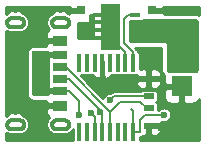
<source format=gtl>
G04 #@! TF.GenerationSoftware,KiCad,Pcbnew,(5.1.10)-1*
G04 #@! TF.CreationDate,2021-08-01T16:11:52+09:00*
G04 #@! TF.ProjectId,IP2721_15V,49503237-3231-45f3-9135-562e6b696361,rev?*
G04 #@! TF.SameCoordinates,Original*
G04 #@! TF.FileFunction,Copper,L1,Top*
G04 #@! TF.FilePolarity,Positive*
%FSLAX46Y46*%
G04 Gerber Fmt 4.6, Leading zero omitted, Abs format (unit mm)*
G04 Created by KiCad (PCBNEW (5.1.10)-1) date 2021-08-01 16:11:52*
%MOMM*%
%LPD*%
G01*
G04 APERTURE LIST*
G04 #@! TA.AperFunction,EtchedComponent*
%ADD10C,0.010000*%
G04 #@! TD*
G04 #@! TA.AperFunction,EtchedComponent*
%ADD11C,0.100000*%
G04 #@! TD*
G04 #@! TA.AperFunction,SMDPad,CuDef*
%ADD12R,0.750000X0.800000*%
G04 #@! TD*
G04 #@! TA.AperFunction,SMDPad,CuDef*
%ADD13R,0.200000X0.200000*%
G04 #@! TD*
G04 #@! TA.AperFunction,SMDPad,CuDef*
%ADD14R,1.150000X0.700000*%
G04 #@! TD*
G04 #@! TA.AperFunction,SMDPad,CuDef*
%ADD15R,1.150000X0.800000*%
G04 #@! TD*
G04 #@! TA.AperFunction,SMDPad,CuDef*
%ADD16R,1.150000X0.900000*%
G04 #@! TD*
G04 #@! TA.AperFunction,ComponentPad*
%ADD17O,1.700000X1.700000*%
G04 #@! TD*
G04 #@! TA.AperFunction,ComponentPad*
%ADD18R,1.700000X1.700000*%
G04 #@! TD*
G04 #@! TA.AperFunction,SMDPad,CuDef*
%ADD19R,0.900000X0.500000*%
G04 #@! TD*
G04 #@! TA.AperFunction,SMDPad,CuDef*
%ADD20R,0.863600X0.304800*%
G04 #@! TD*
G04 #@! TA.AperFunction,SMDPad,CuDef*
%ADD21R,0.450000X1.500000*%
G04 #@! TD*
G04 #@! TA.AperFunction,ViaPad*
%ADD22C,0.600000*%
G04 #@! TD*
G04 #@! TA.AperFunction,Conductor*
%ADD23C,0.200000*%
G04 #@! TD*
G04 #@! TA.AperFunction,Conductor*
%ADD24C,0.500000*%
G04 #@! TD*
G04 #@! TA.AperFunction,Conductor*
%ADD25C,0.254000*%
G04 #@! TD*
G04 #@! TA.AperFunction,Conductor*
%ADD26C,0.152400*%
G04 #@! TD*
G04 APERTURE END LIST*
D10*
G36*
X137900000Y-75930000D02*
G01*
X138250000Y-75930000D01*
X138263084Y-75929657D01*
X138276132Y-75928630D01*
X138289109Y-75926922D01*
X138301978Y-75924537D01*
X138314705Y-75921481D01*
X138327254Y-75917764D01*
X138339592Y-75913395D01*
X138351684Y-75908386D01*
X138363498Y-75902752D01*
X138375000Y-75896506D01*
X138386160Y-75889668D01*
X138396946Y-75882254D01*
X138407330Y-75874286D01*
X138417283Y-75865786D01*
X138426777Y-75856777D01*
X138435786Y-75847283D01*
X138444286Y-75837330D01*
X138452254Y-75826946D01*
X138459668Y-75816160D01*
X138466506Y-75805000D01*
X138472752Y-75793498D01*
X138478386Y-75781684D01*
X138483395Y-75769592D01*
X138487764Y-75757254D01*
X138491481Y-75744705D01*
X138494537Y-75731978D01*
X138496922Y-75719109D01*
X138498630Y-75706132D01*
X138499657Y-75693084D01*
X138500000Y-75680000D01*
X138499657Y-75666916D01*
X138498630Y-75653868D01*
X138496922Y-75640891D01*
X138494537Y-75628022D01*
X138491481Y-75615295D01*
X138487764Y-75602746D01*
X138483395Y-75590408D01*
X138478386Y-75578316D01*
X138472752Y-75566502D01*
X138466506Y-75555000D01*
X138459668Y-75543840D01*
X138452254Y-75533054D01*
X138444286Y-75522670D01*
X138435786Y-75512717D01*
X138426777Y-75503223D01*
X138417283Y-75494214D01*
X138407330Y-75485714D01*
X138396946Y-75477746D01*
X138386160Y-75470332D01*
X138375000Y-75463494D01*
X138363498Y-75457248D01*
X138351684Y-75451614D01*
X138339592Y-75446605D01*
X138327254Y-75442236D01*
X138314705Y-75438519D01*
X138301978Y-75435463D01*
X138289109Y-75433078D01*
X138276132Y-75431370D01*
X138263084Y-75430343D01*
X138250000Y-75430000D01*
X137550000Y-75430000D01*
X137536916Y-75430343D01*
X137523868Y-75431370D01*
X137510891Y-75433078D01*
X137498022Y-75435463D01*
X137485295Y-75438519D01*
X137472746Y-75442236D01*
X137460408Y-75446605D01*
X137448316Y-75451614D01*
X137436502Y-75457248D01*
X137425000Y-75463494D01*
X137413840Y-75470332D01*
X137403054Y-75477746D01*
X137392670Y-75485714D01*
X137382717Y-75494214D01*
X137373223Y-75503223D01*
X137364214Y-75512717D01*
X137355714Y-75522670D01*
X137347746Y-75533054D01*
X137340332Y-75543840D01*
X137333494Y-75555000D01*
X137327248Y-75566502D01*
X137321614Y-75578316D01*
X137316605Y-75590408D01*
X137312236Y-75602746D01*
X137308519Y-75615295D01*
X137305463Y-75628022D01*
X137303078Y-75640891D01*
X137301370Y-75653868D01*
X137300343Y-75666916D01*
X137300000Y-75680000D01*
X137300343Y-75693084D01*
X137301370Y-75706132D01*
X137303078Y-75719109D01*
X137305463Y-75731978D01*
X137308519Y-75744705D01*
X137312236Y-75757254D01*
X137316605Y-75769592D01*
X137321614Y-75781684D01*
X137327248Y-75793498D01*
X137333494Y-75805000D01*
X137340332Y-75816160D01*
X137347746Y-75826946D01*
X137355714Y-75837330D01*
X137364214Y-75847283D01*
X137373223Y-75856777D01*
X137382717Y-75865786D01*
X137392670Y-75874286D01*
X137403054Y-75882254D01*
X137413840Y-75889668D01*
X137425000Y-75896506D01*
X137436502Y-75902752D01*
X137448316Y-75908386D01*
X137460408Y-75913395D01*
X137472746Y-75917764D01*
X137485295Y-75921481D01*
X137498022Y-75924537D01*
X137510891Y-75926922D01*
X137523868Y-75928630D01*
X137536916Y-75929657D01*
X137550000Y-75930000D01*
X137890000Y-75930000D01*
X137890000Y-76180000D01*
X137550000Y-76180000D01*
X137523832Y-76179315D01*
X137497736Y-76177261D01*
X137471783Y-76173844D01*
X137446044Y-76169074D01*
X137420590Y-76162963D01*
X137395492Y-76155528D01*
X137370816Y-76146790D01*
X137346632Y-76136773D01*
X137323005Y-76125503D01*
X137300000Y-76113013D01*
X137277680Y-76099335D01*
X137256107Y-76084508D01*
X137235340Y-76068573D01*
X137215435Y-76051572D01*
X137196447Y-76033553D01*
X137178428Y-76014565D01*
X137161427Y-75994660D01*
X137145492Y-75973893D01*
X137130665Y-75952320D01*
X137116987Y-75930000D01*
X137104497Y-75906995D01*
X137093227Y-75883368D01*
X137083210Y-75859184D01*
X137074472Y-75834508D01*
X137067037Y-75809410D01*
X137060926Y-75783956D01*
X137056156Y-75758217D01*
X137052739Y-75732264D01*
X137050685Y-75706168D01*
X137050000Y-75680000D01*
X137050685Y-75653832D01*
X137052739Y-75627736D01*
X137056156Y-75601783D01*
X137060926Y-75576044D01*
X137067037Y-75550590D01*
X137074472Y-75525492D01*
X137083210Y-75500816D01*
X137093227Y-75476632D01*
X137104497Y-75453005D01*
X137116987Y-75430000D01*
X137130665Y-75407680D01*
X137145492Y-75386107D01*
X137161427Y-75365340D01*
X137178428Y-75345435D01*
X137196447Y-75326447D01*
X137215435Y-75308428D01*
X137235340Y-75291427D01*
X137256107Y-75275492D01*
X137277680Y-75260665D01*
X137300000Y-75246987D01*
X137323005Y-75234497D01*
X137346632Y-75223227D01*
X137370816Y-75213210D01*
X137395492Y-75204472D01*
X137420590Y-75197037D01*
X137446044Y-75190926D01*
X137471783Y-75186156D01*
X137497736Y-75182739D01*
X137523832Y-75180685D01*
X137550000Y-75180000D01*
X138250000Y-75180000D01*
X138276168Y-75180685D01*
X138302264Y-75182739D01*
X138328217Y-75186156D01*
X138353956Y-75190926D01*
X138379410Y-75197037D01*
X138404508Y-75204472D01*
X138429184Y-75213210D01*
X138453368Y-75223227D01*
X138476995Y-75234497D01*
X138500000Y-75246987D01*
X138522320Y-75260665D01*
X138543893Y-75275492D01*
X138564660Y-75291427D01*
X138584565Y-75308428D01*
X138603553Y-75326447D01*
X138621572Y-75345435D01*
X138638573Y-75365340D01*
X138654508Y-75386107D01*
X138669335Y-75407680D01*
X138683013Y-75430000D01*
X138695503Y-75453005D01*
X138706773Y-75476632D01*
X138716790Y-75500816D01*
X138725528Y-75525492D01*
X138732963Y-75550590D01*
X138739074Y-75576044D01*
X138743844Y-75601783D01*
X138747261Y-75627736D01*
X138749315Y-75653832D01*
X138750000Y-75680000D01*
X138749315Y-75706168D01*
X138747261Y-75732264D01*
X138743844Y-75758217D01*
X138739074Y-75783956D01*
X138732963Y-75809410D01*
X138725528Y-75834508D01*
X138716790Y-75859184D01*
X138706773Y-75883368D01*
X138695503Y-75906995D01*
X138683013Y-75930000D01*
X138669335Y-75952320D01*
X138654508Y-75973893D01*
X138638573Y-75994660D01*
X138621572Y-76014565D01*
X138603553Y-76033553D01*
X138584565Y-76051572D01*
X138564660Y-76068573D01*
X138543893Y-76084508D01*
X138522320Y-76099335D01*
X138500000Y-76113013D01*
X138476995Y-76125503D01*
X138453368Y-76136773D01*
X138429184Y-76146790D01*
X138404508Y-76155528D01*
X138379410Y-76162963D01*
X138353956Y-76169074D01*
X138328217Y-76173844D01*
X138302264Y-76177261D01*
X138276168Y-76179315D01*
X138250000Y-76180000D01*
X137900000Y-76180000D01*
X137900000Y-75930000D01*
G37*
X137900000Y-75930000D02*
X138250000Y-75930000D01*
X138263084Y-75929657D01*
X138276132Y-75928630D01*
X138289109Y-75926922D01*
X138301978Y-75924537D01*
X138314705Y-75921481D01*
X138327254Y-75917764D01*
X138339592Y-75913395D01*
X138351684Y-75908386D01*
X138363498Y-75902752D01*
X138375000Y-75896506D01*
X138386160Y-75889668D01*
X138396946Y-75882254D01*
X138407330Y-75874286D01*
X138417283Y-75865786D01*
X138426777Y-75856777D01*
X138435786Y-75847283D01*
X138444286Y-75837330D01*
X138452254Y-75826946D01*
X138459668Y-75816160D01*
X138466506Y-75805000D01*
X138472752Y-75793498D01*
X138478386Y-75781684D01*
X138483395Y-75769592D01*
X138487764Y-75757254D01*
X138491481Y-75744705D01*
X138494537Y-75731978D01*
X138496922Y-75719109D01*
X138498630Y-75706132D01*
X138499657Y-75693084D01*
X138500000Y-75680000D01*
X138499657Y-75666916D01*
X138498630Y-75653868D01*
X138496922Y-75640891D01*
X138494537Y-75628022D01*
X138491481Y-75615295D01*
X138487764Y-75602746D01*
X138483395Y-75590408D01*
X138478386Y-75578316D01*
X138472752Y-75566502D01*
X138466506Y-75555000D01*
X138459668Y-75543840D01*
X138452254Y-75533054D01*
X138444286Y-75522670D01*
X138435786Y-75512717D01*
X138426777Y-75503223D01*
X138417283Y-75494214D01*
X138407330Y-75485714D01*
X138396946Y-75477746D01*
X138386160Y-75470332D01*
X138375000Y-75463494D01*
X138363498Y-75457248D01*
X138351684Y-75451614D01*
X138339592Y-75446605D01*
X138327254Y-75442236D01*
X138314705Y-75438519D01*
X138301978Y-75435463D01*
X138289109Y-75433078D01*
X138276132Y-75431370D01*
X138263084Y-75430343D01*
X138250000Y-75430000D01*
X137550000Y-75430000D01*
X137536916Y-75430343D01*
X137523868Y-75431370D01*
X137510891Y-75433078D01*
X137498022Y-75435463D01*
X137485295Y-75438519D01*
X137472746Y-75442236D01*
X137460408Y-75446605D01*
X137448316Y-75451614D01*
X137436502Y-75457248D01*
X137425000Y-75463494D01*
X137413840Y-75470332D01*
X137403054Y-75477746D01*
X137392670Y-75485714D01*
X137382717Y-75494214D01*
X137373223Y-75503223D01*
X137364214Y-75512717D01*
X137355714Y-75522670D01*
X137347746Y-75533054D01*
X137340332Y-75543840D01*
X137333494Y-75555000D01*
X137327248Y-75566502D01*
X137321614Y-75578316D01*
X137316605Y-75590408D01*
X137312236Y-75602746D01*
X137308519Y-75615295D01*
X137305463Y-75628022D01*
X137303078Y-75640891D01*
X137301370Y-75653868D01*
X137300343Y-75666916D01*
X137300000Y-75680000D01*
X137300343Y-75693084D01*
X137301370Y-75706132D01*
X137303078Y-75719109D01*
X137305463Y-75731978D01*
X137308519Y-75744705D01*
X137312236Y-75757254D01*
X137316605Y-75769592D01*
X137321614Y-75781684D01*
X137327248Y-75793498D01*
X137333494Y-75805000D01*
X137340332Y-75816160D01*
X137347746Y-75826946D01*
X137355714Y-75837330D01*
X137364214Y-75847283D01*
X137373223Y-75856777D01*
X137382717Y-75865786D01*
X137392670Y-75874286D01*
X137403054Y-75882254D01*
X137413840Y-75889668D01*
X137425000Y-75896506D01*
X137436502Y-75902752D01*
X137448316Y-75908386D01*
X137460408Y-75913395D01*
X137472746Y-75917764D01*
X137485295Y-75921481D01*
X137498022Y-75924537D01*
X137510891Y-75926922D01*
X137523868Y-75928630D01*
X137536916Y-75929657D01*
X137550000Y-75930000D01*
X137890000Y-75930000D01*
X137890000Y-76180000D01*
X137550000Y-76180000D01*
X137523832Y-76179315D01*
X137497736Y-76177261D01*
X137471783Y-76173844D01*
X137446044Y-76169074D01*
X137420590Y-76162963D01*
X137395492Y-76155528D01*
X137370816Y-76146790D01*
X137346632Y-76136773D01*
X137323005Y-76125503D01*
X137300000Y-76113013D01*
X137277680Y-76099335D01*
X137256107Y-76084508D01*
X137235340Y-76068573D01*
X137215435Y-76051572D01*
X137196447Y-76033553D01*
X137178428Y-76014565D01*
X137161427Y-75994660D01*
X137145492Y-75973893D01*
X137130665Y-75952320D01*
X137116987Y-75930000D01*
X137104497Y-75906995D01*
X137093227Y-75883368D01*
X137083210Y-75859184D01*
X137074472Y-75834508D01*
X137067037Y-75809410D01*
X137060926Y-75783956D01*
X137056156Y-75758217D01*
X137052739Y-75732264D01*
X137050685Y-75706168D01*
X137050000Y-75680000D01*
X137050685Y-75653832D01*
X137052739Y-75627736D01*
X137056156Y-75601783D01*
X137060926Y-75576044D01*
X137067037Y-75550590D01*
X137074472Y-75525492D01*
X137083210Y-75500816D01*
X137093227Y-75476632D01*
X137104497Y-75453005D01*
X137116987Y-75430000D01*
X137130665Y-75407680D01*
X137145492Y-75386107D01*
X137161427Y-75365340D01*
X137178428Y-75345435D01*
X137196447Y-75326447D01*
X137215435Y-75308428D01*
X137235340Y-75291427D01*
X137256107Y-75275492D01*
X137277680Y-75260665D01*
X137300000Y-75246987D01*
X137323005Y-75234497D01*
X137346632Y-75223227D01*
X137370816Y-75213210D01*
X137395492Y-75204472D01*
X137420590Y-75197037D01*
X137446044Y-75190926D01*
X137471783Y-75186156D01*
X137497736Y-75182739D01*
X137523832Y-75180685D01*
X137550000Y-75180000D01*
X138250000Y-75180000D01*
X138276168Y-75180685D01*
X138302264Y-75182739D01*
X138328217Y-75186156D01*
X138353956Y-75190926D01*
X138379410Y-75197037D01*
X138404508Y-75204472D01*
X138429184Y-75213210D01*
X138453368Y-75223227D01*
X138476995Y-75234497D01*
X138500000Y-75246987D01*
X138522320Y-75260665D01*
X138543893Y-75275492D01*
X138564660Y-75291427D01*
X138584565Y-75308428D01*
X138603553Y-75326447D01*
X138621572Y-75345435D01*
X138638573Y-75365340D01*
X138654508Y-75386107D01*
X138669335Y-75407680D01*
X138683013Y-75430000D01*
X138695503Y-75453005D01*
X138706773Y-75476632D01*
X138716790Y-75500816D01*
X138725528Y-75525492D01*
X138732963Y-75550590D01*
X138739074Y-75576044D01*
X138743844Y-75601783D01*
X138747261Y-75627736D01*
X138749315Y-75653832D01*
X138750000Y-75680000D01*
X138749315Y-75706168D01*
X138747261Y-75732264D01*
X138743844Y-75758217D01*
X138739074Y-75783956D01*
X138732963Y-75809410D01*
X138725528Y-75834508D01*
X138716790Y-75859184D01*
X138706773Y-75883368D01*
X138695503Y-75906995D01*
X138683013Y-75930000D01*
X138669335Y-75952320D01*
X138654508Y-75973893D01*
X138638573Y-75994660D01*
X138621572Y-76014565D01*
X138603553Y-76033553D01*
X138584565Y-76051572D01*
X138564660Y-76068573D01*
X138543893Y-76084508D01*
X138522320Y-76099335D01*
X138500000Y-76113013D01*
X138476995Y-76125503D01*
X138453368Y-76136773D01*
X138429184Y-76146790D01*
X138404508Y-76155528D01*
X138379410Y-76162963D01*
X138353956Y-76169074D01*
X138328217Y-76173844D01*
X138302264Y-76177261D01*
X138276168Y-76179315D01*
X138250000Y-76180000D01*
X137900000Y-76180000D01*
X137900000Y-75930000D01*
G36*
X137900000Y-84570000D02*
G01*
X138250000Y-84570000D01*
X138263084Y-84569657D01*
X138276132Y-84568630D01*
X138289109Y-84566922D01*
X138301978Y-84564537D01*
X138314705Y-84561481D01*
X138327254Y-84557764D01*
X138339592Y-84553395D01*
X138351684Y-84548386D01*
X138363498Y-84542752D01*
X138375000Y-84536506D01*
X138386160Y-84529668D01*
X138396946Y-84522254D01*
X138407330Y-84514286D01*
X138417283Y-84505786D01*
X138426777Y-84496777D01*
X138435786Y-84487283D01*
X138444286Y-84477330D01*
X138452254Y-84466946D01*
X138459668Y-84456160D01*
X138466506Y-84445000D01*
X138472752Y-84433498D01*
X138478386Y-84421684D01*
X138483395Y-84409592D01*
X138487764Y-84397254D01*
X138491481Y-84384705D01*
X138494537Y-84371978D01*
X138496922Y-84359109D01*
X138498630Y-84346132D01*
X138499657Y-84333084D01*
X138500000Y-84320000D01*
X138499657Y-84306916D01*
X138498630Y-84293868D01*
X138496922Y-84280891D01*
X138494537Y-84268022D01*
X138491481Y-84255295D01*
X138487764Y-84242746D01*
X138483395Y-84230408D01*
X138478386Y-84218316D01*
X138472752Y-84206502D01*
X138466506Y-84195000D01*
X138459668Y-84183840D01*
X138452254Y-84173054D01*
X138444286Y-84162670D01*
X138435786Y-84152717D01*
X138426777Y-84143223D01*
X138417283Y-84134214D01*
X138407330Y-84125714D01*
X138396946Y-84117746D01*
X138386160Y-84110332D01*
X138375000Y-84103494D01*
X138363498Y-84097248D01*
X138351684Y-84091614D01*
X138339592Y-84086605D01*
X138327254Y-84082236D01*
X138314705Y-84078519D01*
X138301978Y-84075463D01*
X138289109Y-84073078D01*
X138276132Y-84071370D01*
X138263084Y-84070343D01*
X138250000Y-84070000D01*
X137550000Y-84070000D01*
X137536916Y-84070343D01*
X137523868Y-84071370D01*
X137510891Y-84073078D01*
X137498022Y-84075463D01*
X137485295Y-84078519D01*
X137472746Y-84082236D01*
X137460408Y-84086605D01*
X137448316Y-84091614D01*
X137436502Y-84097248D01*
X137425000Y-84103494D01*
X137413840Y-84110332D01*
X137403054Y-84117746D01*
X137392670Y-84125714D01*
X137382717Y-84134214D01*
X137373223Y-84143223D01*
X137364214Y-84152717D01*
X137355714Y-84162670D01*
X137347746Y-84173054D01*
X137340332Y-84183840D01*
X137333494Y-84195000D01*
X137327248Y-84206502D01*
X137321614Y-84218316D01*
X137316605Y-84230408D01*
X137312236Y-84242746D01*
X137308519Y-84255295D01*
X137305463Y-84268022D01*
X137303078Y-84280891D01*
X137301370Y-84293868D01*
X137300343Y-84306916D01*
X137300000Y-84320000D01*
X137300343Y-84333084D01*
X137301370Y-84346132D01*
X137303078Y-84359109D01*
X137305463Y-84371978D01*
X137308519Y-84384705D01*
X137312236Y-84397254D01*
X137316605Y-84409592D01*
X137321614Y-84421684D01*
X137327248Y-84433498D01*
X137333494Y-84445000D01*
X137340332Y-84456160D01*
X137347746Y-84466946D01*
X137355714Y-84477330D01*
X137364214Y-84487283D01*
X137373223Y-84496777D01*
X137382717Y-84505786D01*
X137392670Y-84514286D01*
X137403054Y-84522254D01*
X137413840Y-84529668D01*
X137425000Y-84536506D01*
X137436502Y-84542752D01*
X137448316Y-84548386D01*
X137460408Y-84553395D01*
X137472746Y-84557764D01*
X137485295Y-84561481D01*
X137498022Y-84564537D01*
X137510891Y-84566922D01*
X137523868Y-84568630D01*
X137536916Y-84569657D01*
X137550000Y-84570000D01*
X137890000Y-84570000D01*
X137890000Y-84820000D01*
X137550000Y-84820000D01*
X137523832Y-84819315D01*
X137497736Y-84817261D01*
X137471783Y-84813844D01*
X137446044Y-84809074D01*
X137420590Y-84802963D01*
X137395492Y-84795528D01*
X137370816Y-84786790D01*
X137346632Y-84776773D01*
X137323005Y-84765503D01*
X137300000Y-84753013D01*
X137277680Y-84739335D01*
X137256107Y-84724508D01*
X137235340Y-84708573D01*
X137215435Y-84691572D01*
X137196447Y-84673553D01*
X137178428Y-84654565D01*
X137161427Y-84634660D01*
X137145492Y-84613893D01*
X137130665Y-84592320D01*
X137116987Y-84570000D01*
X137104497Y-84546995D01*
X137093227Y-84523368D01*
X137083210Y-84499184D01*
X137074472Y-84474508D01*
X137067037Y-84449410D01*
X137060926Y-84423956D01*
X137056156Y-84398217D01*
X137052739Y-84372264D01*
X137050685Y-84346168D01*
X137050000Y-84320000D01*
X137050685Y-84293832D01*
X137052739Y-84267736D01*
X137056156Y-84241783D01*
X137060926Y-84216044D01*
X137067037Y-84190590D01*
X137074472Y-84165492D01*
X137083210Y-84140816D01*
X137093227Y-84116632D01*
X137104497Y-84093005D01*
X137116987Y-84070000D01*
X137130665Y-84047680D01*
X137145492Y-84026107D01*
X137161427Y-84005340D01*
X137178428Y-83985435D01*
X137196447Y-83966447D01*
X137215435Y-83948428D01*
X137235340Y-83931427D01*
X137256107Y-83915492D01*
X137277680Y-83900665D01*
X137300000Y-83886987D01*
X137323005Y-83874497D01*
X137346632Y-83863227D01*
X137370816Y-83853210D01*
X137395492Y-83844472D01*
X137420590Y-83837037D01*
X137446044Y-83830926D01*
X137471783Y-83826156D01*
X137497736Y-83822739D01*
X137523832Y-83820685D01*
X137550000Y-83820000D01*
X138250000Y-83820000D01*
X138276168Y-83820685D01*
X138302264Y-83822739D01*
X138328217Y-83826156D01*
X138353956Y-83830926D01*
X138379410Y-83837037D01*
X138404508Y-83844472D01*
X138429184Y-83853210D01*
X138453368Y-83863227D01*
X138476995Y-83874497D01*
X138500000Y-83886987D01*
X138522320Y-83900665D01*
X138543893Y-83915492D01*
X138564660Y-83931427D01*
X138584565Y-83948428D01*
X138603553Y-83966447D01*
X138621572Y-83985435D01*
X138638573Y-84005340D01*
X138654508Y-84026107D01*
X138669335Y-84047680D01*
X138683013Y-84070000D01*
X138695503Y-84093005D01*
X138706773Y-84116632D01*
X138716790Y-84140816D01*
X138725528Y-84165492D01*
X138732963Y-84190590D01*
X138739074Y-84216044D01*
X138743844Y-84241783D01*
X138747261Y-84267736D01*
X138749315Y-84293832D01*
X138750000Y-84320000D01*
X138749315Y-84346168D01*
X138747261Y-84372264D01*
X138743844Y-84398217D01*
X138739074Y-84423956D01*
X138732963Y-84449410D01*
X138725528Y-84474508D01*
X138716790Y-84499184D01*
X138706773Y-84523368D01*
X138695503Y-84546995D01*
X138683013Y-84570000D01*
X138669335Y-84592320D01*
X138654508Y-84613893D01*
X138638573Y-84634660D01*
X138621572Y-84654565D01*
X138603553Y-84673553D01*
X138584565Y-84691572D01*
X138564660Y-84708573D01*
X138543893Y-84724508D01*
X138522320Y-84739335D01*
X138500000Y-84753013D01*
X138476995Y-84765503D01*
X138453368Y-84776773D01*
X138429184Y-84786790D01*
X138404508Y-84795528D01*
X138379410Y-84802963D01*
X138353956Y-84809074D01*
X138328217Y-84813844D01*
X138302264Y-84817261D01*
X138276168Y-84819315D01*
X138250000Y-84820000D01*
X137900000Y-84820000D01*
X137900000Y-84570000D01*
G37*
X137900000Y-84570000D02*
X138250000Y-84570000D01*
X138263084Y-84569657D01*
X138276132Y-84568630D01*
X138289109Y-84566922D01*
X138301978Y-84564537D01*
X138314705Y-84561481D01*
X138327254Y-84557764D01*
X138339592Y-84553395D01*
X138351684Y-84548386D01*
X138363498Y-84542752D01*
X138375000Y-84536506D01*
X138386160Y-84529668D01*
X138396946Y-84522254D01*
X138407330Y-84514286D01*
X138417283Y-84505786D01*
X138426777Y-84496777D01*
X138435786Y-84487283D01*
X138444286Y-84477330D01*
X138452254Y-84466946D01*
X138459668Y-84456160D01*
X138466506Y-84445000D01*
X138472752Y-84433498D01*
X138478386Y-84421684D01*
X138483395Y-84409592D01*
X138487764Y-84397254D01*
X138491481Y-84384705D01*
X138494537Y-84371978D01*
X138496922Y-84359109D01*
X138498630Y-84346132D01*
X138499657Y-84333084D01*
X138500000Y-84320000D01*
X138499657Y-84306916D01*
X138498630Y-84293868D01*
X138496922Y-84280891D01*
X138494537Y-84268022D01*
X138491481Y-84255295D01*
X138487764Y-84242746D01*
X138483395Y-84230408D01*
X138478386Y-84218316D01*
X138472752Y-84206502D01*
X138466506Y-84195000D01*
X138459668Y-84183840D01*
X138452254Y-84173054D01*
X138444286Y-84162670D01*
X138435786Y-84152717D01*
X138426777Y-84143223D01*
X138417283Y-84134214D01*
X138407330Y-84125714D01*
X138396946Y-84117746D01*
X138386160Y-84110332D01*
X138375000Y-84103494D01*
X138363498Y-84097248D01*
X138351684Y-84091614D01*
X138339592Y-84086605D01*
X138327254Y-84082236D01*
X138314705Y-84078519D01*
X138301978Y-84075463D01*
X138289109Y-84073078D01*
X138276132Y-84071370D01*
X138263084Y-84070343D01*
X138250000Y-84070000D01*
X137550000Y-84070000D01*
X137536916Y-84070343D01*
X137523868Y-84071370D01*
X137510891Y-84073078D01*
X137498022Y-84075463D01*
X137485295Y-84078519D01*
X137472746Y-84082236D01*
X137460408Y-84086605D01*
X137448316Y-84091614D01*
X137436502Y-84097248D01*
X137425000Y-84103494D01*
X137413840Y-84110332D01*
X137403054Y-84117746D01*
X137392670Y-84125714D01*
X137382717Y-84134214D01*
X137373223Y-84143223D01*
X137364214Y-84152717D01*
X137355714Y-84162670D01*
X137347746Y-84173054D01*
X137340332Y-84183840D01*
X137333494Y-84195000D01*
X137327248Y-84206502D01*
X137321614Y-84218316D01*
X137316605Y-84230408D01*
X137312236Y-84242746D01*
X137308519Y-84255295D01*
X137305463Y-84268022D01*
X137303078Y-84280891D01*
X137301370Y-84293868D01*
X137300343Y-84306916D01*
X137300000Y-84320000D01*
X137300343Y-84333084D01*
X137301370Y-84346132D01*
X137303078Y-84359109D01*
X137305463Y-84371978D01*
X137308519Y-84384705D01*
X137312236Y-84397254D01*
X137316605Y-84409592D01*
X137321614Y-84421684D01*
X137327248Y-84433498D01*
X137333494Y-84445000D01*
X137340332Y-84456160D01*
X137347746Y-84466946D01*
X137355714Y-84477330D01*
X137364214Y-84487283D01*
X137373223Y-84496777D01*
X137382717Y-84505786D01*
X137392670Y-84514286D01*
X137403054Y-84522254D01*
X137413840Y-84529668D01*
X137425000Y-84536506D01*
X137436502Y-84542752D01*
X137448316Y-84548386D01*
X137460408Y-84553395D01*
X137472746Y-84557764D01*
X137485295Y-84561481D01*
X137498022Y-84564537D01*
X137510891Y-84566922D01*
X137523868Y-84568630D01*
X137536916Y-84569657D01*
X137550000Y-84570000D01*
X137890000Y-84570000D01*
X137890000Y-84820000D01*
X137550000Y-84820000D01*
X137523832Y-84819315D01*
X137497736Y-84817261D01*
X137471783Y-84813844D01*
X137446044Y-84809074D01*
X137420590Y-84802963D01*
X137395492Y-84795528D01*
X137370816Y-84786790D01*
X137346632Y-84776773D01*
X137323005Y-84765503D01*
X137300000Y-84753013D01*
X137277680Y-84739335D01*
X137256107Y-84724508D01*
X137235340Y-84708573D01*
X137215435Y-84691572D01*
X137196447Y-84673553D01*
X137178428Y-84654565D01*
X137161427Y-84634660D01*
X137145492Y-84613893D01*
X137130665Y-84592320D01*
X137116987Y-84570000D01*
X137104497Y-84546995D01*
X137093227Y-84523368D01*
X137083210Y-84499184D01*
X137074472Y-84474508D01*
X137067037Y-84449410D01*
X137060926Y-84423956D01*
X137056156Y-84398217D01*
X137052739Y-84372264D01*
X137050685Y-84346168D01*
X137050000Y-84320000D01*
X137050685Y-84293832D01*
X137052739Y-84267736D01*
X137056156Y-84241783D01*
X137060926Y-84216044D01*
X137067037Y-84190590D01*
X137074472Y-84165492D01*
X137083210Y-84140816D01*
X137093227Y-84116632D01*
X137104497Y-84093005D01*
X137116987Y-84070000D01*
X137130665Y-84047680D01*
X137145492Y-84026107D01*
X137161427Y-84005340D01*
X137178428Y-83985435D01*
X137196447Y-83966447D01*
X137215435Y-83948428D01*
X137235340Y-83931427D01*
X137256107Y-83915492D01*
X137277680Y-83900665D01*
X137300000Y-83886987D01*
X137323005Y-83874497D01*
X137346632Y-83863227D01*
X137370816Y-83853210D01*
X137395492Y-83844472D01*
X137420590Y-83837037D01*
X137446044Y-83830926D01*
X137471783Y-83826156D01*
X137497736Y-83822739D01*
X137523832Y-83820685D01*
X137550000Y-83820000D01*
X138250000Y-83820000D01*
X138276168Y-83820685D01*
X138302264Y-83822739D01*
X138328217Y-83826156D01*
X138353956Y-83830926D01*
X138379410Y-83837037D01*
X138404508Y-83844472D01*
X138429184Y-83853210D01*
X138453368Y-83863227D01*
X138476995Y-83874497D01*
X138500000Y-83886987D01*
X138522320Y-83900665D01*
X138543893Y-83915492D01*
X138564660Y-83931427D01*
X138584565Y-83948428D01*
X138603553Y-83966447D01*
X138621572Y-83985435D01*
X138638573Y-84005340D01*
X138654508Y-84026107D01*
X138669335Y-84047680D01*
X138683013Y-84070000D01*
X138695503Y-84093005D01*
X138706773Y-84116632D01*
X138716790Y-84140816D01*
X138725528Y-84165492D01*
X138732963Y-84190590D01*
X138739074Y-84216044D01*
X138743844Y-84241783D01*
X138747261Y-84267736D01*
X138749315Y-84293832D01*
X138750000Y-84320000D01*
X138749315Y-84346168D01*
X138747261Y-84372264D01*
X138743844Y-84398217D01*
X138739074Y-84423956D01*
X138732963Y-84449410D01*
X138725528Y-84474508D01*
X138716790Y-84499184D01*
X138706773Y-84523368D01*
X138695503Y-84546995D01*
X138683013Y-84570000D01*
X138669335Y-84592320D01*
X138654508Y-84613893D01*
X138638573Y-84634660D01*
X138621572Y-84654565D01*
X138603553Y-84673553D01*
X138584565Y-84691572D01*
X138564660Y-84708573D01*
X138543893Y-84724508D01*
X138522320Y-84739335D01*
X138500000Y-84753013D01*
X138476995Y-84765503D01*
X138453368Y-84776773D01*
X138429184Y-84786790D01*
X138404508Y-84795528D01*
X138379410Y-84802963D01*
X138353956Y-84809074D01*
X138328217Y-84813844D01*
X138302264Y-84817261D01*
X138276168Y-84819315D01*
X138250000Y-84820000D01*
X137900000Y-84820000D01*
X137900000Y-84570000D01*
G36*
X134100000Y-75930000D02*
G01*
X134450000Y-75930000D01*
X134463084Y-75929657D01*
X134476132Y-75928630D01*
X134489109Y-75926922D01*
X134501978Y-75924537D01*
X134514705Y-75921481D01*
X134527254Y-75917764D01*
X134539592Y-75913395D01*
X134551684Y-75908386D01*
X134563498Y-75902752D01*
X134575000Y-75896506D01*
X134586160Y-75889668D01*
X134596946Y-75882254D01*
X134607330Y-75874286D01*
X134617283Y-75865786D01*
X134626777Y-75856777D01*
X134635786Y-75847283D01*
X134644286Y-75837330D01*
X134652254Y-75826946D01*
X134659668Y-75816160D01*
X134666506Y-75805000D01*
X134672752Y-75793498D01*
X134678386Y-75781684D01*
X134683395Y-75769592D01*
X134687764Y-75757254D01*
X134691481Y-75744705D01*
X134694537Y-75731978D01*
X134696922Y-75719109D01*
X134698630Y-75706132D01*
X134699657Y-75693084D01*
X134700000Y-75680000D01*
X134699657Y-75666916D01*
X134698630Y-75653868D01*
X134696922Y-75640891D01*
X134694537Y-75628022D01*
X134691481Y-75615295D01*
X134687764Y-75602746D01*
X134683395Y-75590408D01*
X134678386Y-75578316D01*
X134672752Y-75566502D01*
X134666506Y-75555000D01*
X134659668Y-75543840D01*
X134652254Y-75533054D01*
X134644286Y-75522670D01*
X134635786Y-75512717D01*
X134626777Y-75503223D01*
X134617283Y-75494214D01*
X134607330Y-75485714D01*
X134596946Y-75477746D01*
X134586160Y-75470332D01*
X134575000Y-75463494D01*
X134563498Y-75457248D01*
X134551684Y-75451614D01*
X134539592Y-75446605D01*
X134527254Y-75442236D01*
X134514705Y-75438519D01*
X134501978Y-75435463D01*
X134489109Y-75433078D01*
X134476132Y-75431370D01*
X134463084Y-75430343D01*
X134450000Y-75430000D01*
X133750000Y-75430000D01*
X133736916Y-75430343D01*
X133723868Y-75431370D01*
X133710891Y-75433078D01*
X133698022Y-75435463D01*
X133685295Y-75438519D01*
X133672746Y-75442236D01*
X133660408Y-75446605D01*
X133648316Y-75451614D01*
X133636502Y-75457248D01*
X133625000Y-75463494D01*
X133613840Y-75470332D01*
X133603054Y-75477746D01*
X133592670Y-75485714D01*
X133582717Y-75494214D01*
X133573223Y-75503223D01*
X133564214Y-75512717D01*
X133555714Y-75522670D01*
X133547746Y-75533054D01*
X133540332Y-75543840D01*
X133533494Y-75555000D01*
X133527248Y-75566502D01*
X133521614Y-75578316D01*
X133516605Y-75590408D01*
X133512236Y-75602746D01*
X133508519Y-75615295D01*
X133505463Y-75628022D01*
X133503078Y-75640891D01*
X133501370Y-75653868D01*
X133500343Y-75666916D01*
X133500000Y-75680000D01*
X133500343Y-75693084D01*
X133501370Y-75706132D01*
X133503078Y-75719109D01*
X133505463Y-75731978D01*
X133508519Y-75744705D01*
X133512236Y-75757254D01*
X133516605Y-75769592D01*
X133521614Y-75781684D01*
X133527248Y-75793498D01*
X133533494Y-75805000D01*
X133540332Y-75816160D01*
X133547746Y-75826946D01*
X133555714Y-75837330D01*
X133564214Y-75847283D01*
X133573223Y-75856777D01*
X133582717Y-75865786D01*
X133592670Y-75874286D01*
X133603054Y-75882254D01*
X133613840Y-75889668D01*
X133625000Y-75896506D01*
X133636502Y-75902752D01*
X133648316Y-75908386D01*
X133660408Y-75913395D01*
X133672746Y-75917764D01*
X133685295Y-75921481D01*
X133698022Y-75924537D01*
X133710891Y-75926922D01*
X133723868Y-75928630D01*
X133736916Y-75929657D01*
X133750000Y-75930000D01*
X134090000Y-75930000D01*
X134090000Y-76180000D01*
X133750000Y-76180000D01*
X133723832Y-76179315D01*
X133697736Y-76177261D01*
X133671783Y-76173844D01*
X133646044Y-76169074D01*
X133620590Y-76162963D01*
X133595492Y-76155528D01*
X133570816Y-76146790D01*
X133546632Y-76136773D01*
X133523005Y-76125503D01*
X133500000Y-76113013D01*
X133477680Y-76099335D01*
X133456107Y-76084508D01*
X133435340Y-76068573D01*
X133415435Y-76051572D01*
X133396447Y-76033553D01*
X133378428Y-76014565D01*
X133361427Y-75994660D01*
X133345492Y-75973893D01*
X133330665Y-75952320D01*
X133316987Y-75930000D01*
X133304497Y-75906995D01*
X133293227Y-75883368D01*
X133283210Y-75859184D01*
X133274472Y-75834508D01*
X133267037Y-75809410D01*
X133260926Y-75783956D01*
X133256156Y-75758217D01*
X133252739Y-75732264D01*
X133250685Y-75706168D01*
X133250000Y-75680000D01*
X133250685Y-75653832D01*
X133252739Y-75627736D01*
X133256156Y-75601783D01*
X133260926Y-75576044D01*
X133267037Y-75550590D01*
X133274472Y-75525492D01*
X133283210Y-75500816D01*
X133293227Y-75476632D01*
X133304497Y-75453005D01*
X133316987Y-75430000D01*
X133330665Y-75407680D01*
X133345492Y-75386107D01*
X133361427Y-75365340D01*
X133378428Y-75345435D01*
X133396447Y-75326447D01*
X133415435Y-75308428D01*
X133435340Y-75291427D01*
X133456107Y-75275492D01*
X133477680Y-75260665D01*
X133500000Y-75246987D01*
X133523005Y-75234497D01*
X133546632Y-75223227D01*
X133570816Y-75213210D01*
X133595492Y-75204472D01*
X133620590Y-75197037D01*
X133646044Y-75190926D01*
X133671783Y-75186156D01*
X133697736Y-75182739D01*
X133723832Y-75180685D01*
X133750000Y-75180000D01*
X134450000Y-75180000D01*
X134476168Y-75180685D01*
X134502264Y-75182739D01*
X134528217Y-75186156D01*
X134553956Y-75190926D01*
X134579410Y-75197037D01*
X134604508Y-75204472D01*
X134629184Y-75213210D01*
X134653368Y-75223227D01*
X134676995Y-75234497D01*
X134700000Y-75246987D01*
X134722320Y-75260665D01*
X134743893Y-75275492D01*
X134764660Y-75291427D01*
X134784565Y-75308428D01*
X134803553Y-75326447D01*
X134821572Y-75345435D01*
X134838573Y-75365340D01*
X134854508Y-75386107D01*
X134869335Y-75407680D01*
X134883013Y-75430000D01*
X134895503Y-75453005D01*
X134906773Y-75476632D01*
X134916790Y-75500816D01*
X134925528Y-75525492D01*
X134932963Y-75550590D01*
X134939074Y-75576044D01*
X134943844Y-75601783D01*
X134947261Y-75627736D01*
X134949315Y-75653832D01*
X134950000Y-75680000D01*
X134949315Y-75706168D01*
X134947261Y-75732264D01*
X134943844Y-75758217D01*
X134939074Y-75783956D01*
X134932963Y-75809410D01*
X134925528Y-75834508D01*
X134916790Y-75859184D01*
X134906773Y-75883368D01*
X134895503Y-75906995D01*
X134883013Y-75930000D01*
X134869335Y-75952320D01*
X134854508Y-75973893D01*
X134838573Y-75994660D01*
X134821572Y-76014565D01*
X134803553Y-76033553D01*
X134784565Y-76051572D01*
X134764660Y-76068573D01*
X134743893Y-76084508D01*
X134722320Y-76099335D01*
X134700000Y-76113013D01*
X134676995Y-76125503D01*
X134653368Y-76136773D01*
X134629184Y-76146790D01*
X134604508Y-76155528D01*
X134579410Y-76162963D01*
X134553956Y-76169074D01*
X134528217Y-76173844D01*
X134502264Y-76177261D01*
X134476168Y-76179315D01*
X134450000Y-76180000D01*
X134100000Y-76180000D01*
X134100000Y-75930000D01*
G37*
X134100000Y-75930000D02*
X134450000Y-75930000D01*
X134463084Y-75929657D01*
X134476132Y-75928630D01*
X134489109Y-75926922D01*
X134501978Y-75924537D01*
X134514705Y-75921481D01*
X134527254Y-75917764D01*
X134539592Y-75913395D01*
X134551684Y-75908386D01*
X134563498Y-75902752D01*
X134575000Y-75896506D01*
X134586160Y-75889668D01*
X134596946Y-75882254D01*
X134607330Y-75874286D01*
X134617283Y-75865786D01*
X134626777Y-75856777D01*
X134635786Y-75847283D01*
X134644286Y-75837330D01*
X134652254Y-75826946D01*
X134659668Y-75816160D01*
X134666506Y-75805000D01*
X134672752Y-75793498D01*
X134678386Y-75781684D01*
X134683395Y-75769592D01*
X134687764Y-75757254D01*
X134691481Y-75744705D01*
X134694537Y-75731978D01*
X134696922Y-75719109D01*
X134698630Y-75706132D01*
X134699657Y-75693084D01*
X134700000Y-75680000D01*
X134699657Y-75666916D01*
X134698630Y-75653868D01*
X134696922Y-75640891D01*
X134694537Y-75628022D01*
X134691481Y-75615295D01*
X134687764Y-75602746D01*
X134683395Y-75590408D01*
X134678386Y-75578316D01*
X134672752Y-75566502D01*
X134666506Y-75555000D01*
X134659668Y-75543840D01*
X134652254Y-75533054D01*
X134644286Y-75522670D01*
X134635786Y-75512717D01*
X134626777Y-75503223D01*
X134617283Y-75494214D01*
X134607330Y-75485714D01*
X134596946Y-75477746D01*
X134586160Y-75470332D01*
X134575000Y-75463494D01*
X134563498Y-75457248D01*
X134551684Y-75451614D01*
X134539592Y-75446605D01*
X134527254Y-75442236D01*
X134514705Y-75438519D01*
X134501978Y-75435463D01*
X134489109Y-75433078D01*
X134476132Y-75431370D01*
X134463084Y-75430343D01*
X134450000Y-75430000D01*
X133750000Y-75430000D01*
X133736916Y-75430343D01*
X133723868Y-75431370D01*
X133710891Y-75433078D01*
X133698022Y-75435463D01*
X133685295Y-75438519D01*
X133672746Y-75442236D01*
X133660408Y-75446605D01*
X133648316Y-75451614D01*
X133636502Y-75457248D01*
X133625000Y-75463494D01*
X133613840Y-75470332D01*
X133603054Y-75477746D01*
X133592670Y-75485714D01*
X133582717Y-75494214D01*
X133573223Y-75503223D01*
X133564214Y-75512717D01*
X133555714Y-75522670D01*
X133547746Y-75533054D01*
X133540332Y-75543840D01*
X133533494Y-75555000D01*
X133527248Y-75566502D01*
X133521614Y-75578316D01*
X133516605Y-75590408D01*
X133512236Y-75602746D01*
X133508519Y-75615295D01*
X133505463Y-75628022D01*
X133503078Y-75640891D01*
X133501370Y-75653868D01*
X133500343Y-75666916D01*
X133500000Y-75680000D01*
X133500343Y-75693084D01*
X133501370Y-75706132D01*
X133503078Y-75719109D01*
X133505463Y-75731978D01*
X133508519Y-75744705D01*
X133512236Y-75757254D01*
X133516605Y-75769592D01*
X133521614Y-75781684D01*
X133527248Y-75793498D01*
X133533494Y-75805000D01*
X133540332Y-75816160D01*
X133547746Y-75826946D01*
X133555714Y-75837330D01*
X133564214Y-75847283D01*
X133573223Y-75856777D01*
X133582717Y-75865786D01*
X133592670Y-75874286D01*
X133603054Y-75882254D01*
X133613840Y-75889668D01*
X133625000Y-75896506D01*
X133636502Y-75902752D01*
X133648316Y-75908386D01*
X133660408Y-75913395D01*
X133672746Y-75917764D01*
X133685295Y-75921481D01*
X133698022Y-75924537D01*
X133710891Y-75926922D01*
X133723868Y-75928630D01*
X133736916Y-75929657D01*
X133750000Y-75930000D01*
X134090000Y-75930000D01*
X134090000Y-76180000D01*
X133750000Y-76180000D01*
X133723832Y-76179315D01*
X133697736Y-76177261D01*
X133671783Y-76173844D01*
X133646044Y-76169074D01*
X133620590Y-76162963D01*
X133595492Y-76155528D01*
X133570816Y-76146790D01*
X133546632Y-76136773D01*
X133523005Y-76125503D01*
X133500000Y-76113013D01*
X133477680Y-76099335D01*
X133456107Y-76084508D01*
X133435340Y-76068573D01*
X133415435Y-76051572D01*
X133396447Y-76033553D01*
X133378428Y-76014565D01*
X133361427Y-75994660D01*
X133345492Y-75973893D01*
X133330665Y-75952320D01*
X133316987Y-75930000D01*
X133304497Y-75906995D01*
X133293227Y-75883368D01*
X133283210Y-75859184D01*
X133274472Y-75834508D01*
X133267037Y-75809410D01*
X133260926Y-75783956D01*
X133256156Y-75758217D01*
X133252739Y-75732264D01*
X133250685Y-75706168D01*
X133250000Y-75680000D01*
X133250685Y-75653832D01*
X133252739Y-75627736D01*
X133256156Y-75601783D01*
X133260926Y-75576044D01*
X133267037Y-75550590D01*
X133274472Y-75525492D01*
X133283210Y-75500816D01*
X133293227Y-75476632D01*
X133304497Y-75453005D01*
X133316987Y-75430000D01*
X133330665Y-75407680D01*
X133345492Y-75386107D01*
X133361427Y-75365340D01*
X133378428Y-75345435D01*
X133396447Y-75326447D01*
X133415435Y-75308428D01*
X133435340Y-75291427D01*
X133456107Y-75275492D01*
X133477680Y-75260665D01*
X133500000Y-75246987D01*
X133523005Y-75234497D01*
X133546632Y-75223227D01*
X133570816Y-75213210D01*
X133595492Y-75204472D01*
X133620590Y-75197037D01*
X133646044Y-75190926D01*
X133671783Y-75186156D01*
X133697736Y-75182739D01*
X133723832Y-75180685D01*
X133750000Y-75180000D01*
X134450000Y-75180000D01*
X134476168Y-75180685D01*
X134502264Y-75182739D01*
X134528217Y-75186156D01*
X134553956Y-75190926D01*
X134579410Y-75197037D01*
X134604508Y-75204472D01*
X134629184Y-75213210D01*
X134653368Y-75223227D01*
X134676995Y-75234497D01*
X134700000Y-75246987D01*
X134722320Y-75260665D01*
X134743893Y-75275492D01*
X134764660Y-75291427D01*
X134784565Y-75308428D01*
X134803553Y-75326447D01*
X134821572Y-75345435D01*
X134838573Y-75365340D01*
X134854508Y-75386107D01*
X134869335Y-75407680D01*
X134883013Y-75430000D01*
X134895503Y-75453005D01*
X134906773Y-75476632D01*
X134916790Y-75500816D01*
X134925528Y-75525492D01*
X134932963Y-75550590D01*
X134939074Y-75576044D01*
X134943844Y-75601783D01*
X134947261Y-75627736D01*
X134949315Y-75653832D01*
X134950000Y-75680000D01*
X134949315Y-75706168D01*
X134947261Y-75732264D01*
X134943844Y-75758217D01*
X134939074Y-75783956D01*
X134932963Y-75809410D01*
X134925528Y-75834508D01*
X134916790Y-75859184D01*
X134906773Y-75883368D01*
X134895503Y-75906995D01*
X134883013Y-75930000D01*
X134869335Y-75952320D01*
X134854508Y-75973893D01*
X134838573Y-75994660D01*
X134821572Y-76014565D01*
X134803553Y-76033553D01*
X134784565Y-76051572D01*
X134764660Y-76068573D01*
X134743893Y-76084508D01*
X134722320Y-76099335D01*
X134700000Y-76113013D01*
X134676995Y-76125503D01*
X134653368Y-76136773D01*
X134629184Y-76146790D01*
X134604508Y-76155528D01*
X134579410Y-76162963D01*
X134553956Y-76169074D01*
X134528217Y-76173844D01*
X134502264Y-76177261D01*
X134476168Y-76179315D01*
X134450000Y-76180000D01*
X134100000Y-76180000D01*
X134100000Y-75930000D01*
G36*
X134100000Y-84570000D02*
G01*
X134450000Y-84570000D01*
X134463084Y-84569657D01*
X134476132Y-84568630D01*
X134489109Y-84566922D01*
X134501978Y-84564537D01*
X134514705Y-84561481D01*
X134527254Y-84557764D01*
X134539592Y-84553395D01*
X134551684Y-84548386D01*
X134563498Y-84542752D01*
X134575000Y-84536506D01*
X134586160Y-84529668D01*
X134596946Y-84522254D01*
X134607330Y-84514286D01*
X134617283Y-84505786D01*
X134626777Y-84496777D01*
X134635786Y-84487283D01*
X134644286Y-84477330D01*
X134652254Y-84466946D01*
X134659668Y-84456160D01*
X134666506Y-84445000D01*
X134672752Y-84433498D01*
X134678386Y-84421684D01*
X134683395Y-84409592D01*
X134687764Y-84397254D01*
X134691481Y-84384705D01*
X134694537Y-84371978D01*
X134696922Y-84359109D01*
X134698630Y-84346132D01*
X134699657Y-84333084D01*
X134700000Y-84320000D01*
X134699657Y-84306916D01*
X134698630Y-84293868D01*
X134696922Y-84280891D01*
X134694537Y-84268022D01*
X134691481Y-84255295D01*
X134687764Y-84242746D01*
X134683395Y-84230408D01*
X134678386Y-84218316D01*
X134672752Y-84206502D01*
X134666506Y-84195000D01*
X134659668Y-84183840D01*
X134652254Y-84173054D01*
X134644286Y-84162670D01*
X134635786Y-84152717D01*
X134626777Y-84143223D01*
X134617283Y-84134214D01*
X134607330Y-84125714D01*
X134596946Y-84117746D01*
X134586160Y-84110332D01*
X134575000Y-84103494D01*
X134563498Y-84097248D01*
X134551684Y-84091614D01*
X134539592Y-84086605D01*
X134527254Y-84082236D01*
X134514705Y-84078519D01*
X134501978Y-84075463D01*
X134489109Y-84073078D01*
X134476132Y-84071370D01*
X134463084Y-84070343D01*
X134450000Y-84070000D01*
X133750000Y-84070000D01*
X133736916Y-84070343D01*
X133723868Y-84071370D01*
X133710891Y-84073078D01*
X133698022Y-84075463D01*
X133685295Y-84078519D01*
X133672746Y-84082236D01*
X133660408Y-84086605D01*
X133648316Y-84091614D01*
X133636502Y-84097248D01*
X133625000Y-84103494D01*
X133613840Y-84110332D01*
X133603054Y-84117746D01*
X133592670Y-84125714D01*
X133582717Y-84134214D01*
X133573223Y-84143223D01*
X133564214Y-84152717D01*
X133555714Y-84162670D01*
X133547746Y-84173054D01*
X133540332Y-84183840D01*
X133533494Y-84195000D01*
X133527248Y-84206502D01*
X133521614Y-84218316D01*
X133516605Y-84230408D01*
X133512236Y-84242746D01*
X133508519Y-84255295D01*
X133505463Y-84268022D01*
X133503078Y-84280891D01*
X133501370Y-84293868D01*
X133500343Y-84306916D01*
X133500000Y-84320000D01*
X133500343Y-84333084D01*
X133501370Y-84346132D01*
X133503078Y-84359109D01*
X133505463Y-84371978D01*
X133508519Y-84384705D01*
X133512236Y-84397254D01*
X133516605Y-84409592D01*
X133521614Y-84421684D01*
X133527248Y-84433498D01*
X133533494Y-84445000D01*
X133540332Y-84456160D01*
X133547746Y-84466946D01*
X133555714Y-84477330D01*
X133564214Y-84487283D01*
X133573223Y-84496777D01*
X133582717Y-84505786D01*
X133592670Y-84514286D01*
X133603054Y-84522254D01*
X133613840Y-84529668D01*
X133625000Y-84536506D01*
X133636502Y-84542752D01*
X133648316Y-84548386D01*
X133660408Y-84553395D01*
X133672746Y-84557764D01*
X133685295Y-84561481D01*
X133698022Y-84564537D01*
X133710891Y-84566922D01*
X133723868Y-84568630D01*
X133736916Y-84569657D01*
X133750000Y-84570000D01*
X134090000Y-84570000D01*
X134090000Y-84820000D01*
X133750000Y-84820000D01*
X133723832Y-84819315D01*
X133697736Y-84817261D01*
X133671783Y-84813844D01*
X133646044Y-84809074D01*
X133620590Y-84802963D01*
X133595492Y-84795528D01*
X133570816Y-84786790D01*
X133546632Y-84776773D01*
X133523005Y-84765503D01*
X133500000Y-84753013D01*
X133477680Y-84739335D01*
X133456107Y-84724508D01*
X133435340Y-84708573D01*
X133415435Y-84691572D01*
X133396447Y-84673553D01*
X133378428Y-84654565D01*
X133361427Y-84634660D01*
X133345492Y-84613893D01*
X133330665Y-84592320D01*
X133316987Y-84570000D01*
X133304497Y-84546995D01*
X133293227Y-84523368D01*
X133283210Y-84499184D01*
X133274472Y-84474508D01*
X133267037Y-84449410D01*
X133260926Y-84423956D01*
X133256156Y-84398217D01*
X133252739Y-84372264D01*
X133250685Y-84346168D01*
X133250000Y-84320000D01*
X133250685Y-84293832D01*
X133252739Y-84267736D01*
X133256156Y-84241783D01*
X133260926Y-84216044D01*
X133267037Y-84190590D01*
X133274472Y-84165492D01*
X133283210Y-84140816D01*
X133293227Y-84116632D01*
X133304497Y-84093005D01*
X133316987Y-84070000D01*
X133330665Y-84047680D01*
X133345492Y-84026107D01*
X133361427Y-84005340D01*
X133378428Y-83985435D01*
X133396447Y-83966447D01*
X133415435Y-83948428D01*
X133435340Y-83931427D01*
X133456107Y-83915492D01*
X133477680Y-83900665D01*
X133500000Y-83886987D01*
X133523005Y-83874497D01*
X133546632Y-83863227D01*
X133570816Y-83853210D01*
X133595492Y-83844472D01*
X133620590Y-83837037D01*
X133646044Y-83830926D01*
X133671783Y-83826156D01*
X133697736Y-83822739D01*
X133723832Y-83820685D01*
X133750000Y-83820000D01*
X134450000Y-83820000D01*
X134476168Y-83820685D01*
X134502264Y-83822739D01*
X134528217Y-83826156D01*
X134553956Y-83830926D01*
X134579410Y-83837037D01*
X134604508Y-83844472D01*
X134629184Y-83853210D01*
X134653368Y-83863227D01*
X134676995Y-83874497D01*
X134700000Y-83886987D01*
X134722320Y-83900665D01*
X134743893Y-83915492D01*
X134764660Y-83931427D01*
X134784565Y-83948428D01*
X134803553Y-83966447D01*
X134821572Y-83985435D01*
X134838573Y-84005340D01*
X134854508Y-84026107D01*
X134869335Y-84047680D01*
X134883013Y-84070000D01*
X134895503Y-84093005D01*
X134906773Y-84116632D01*
X134916790Y-84140816D01*
X134925528Y-84165492D01*
X134932963Y-84190590D01*
X134939074Y-84216044D01*
X134943844Y-84241783D01*
X134947261Y-84267736D01*
X134949315Y-84293832D01*
X134950000Y-84320000D01*
X134949315Y-84346168D01*
X134947261Y-84372264D01*
X134943844Y-84398217D01*
X134939074Y-84423956D01*
X134932963Y-84449410D01*
X134925528Y-84474508D01*
X134916790Y-84499184D01*
X134906773Y-84523368D01*
X134895503Y-84546995D01*
X134883013Y-84570000D01*
X134869335Y-84592320D01*
X134854508Y-84613893D01*
X134838573Y-84634660D01*
X134821572Y-84654565D01*
X134803553Y-84673553D01*
X134784565Y-84691572D01*
X134764660Y-84708573D01*
X134743893Y-84724508D01*
X134722320Y-84739335D01*
X134700000Y-84753013D01*
X134676995Y-84765503D01*
X134653368Y-84776773D01*
X134629184Y-84786790D01*
X134604508Y-84795528D01*
X134579410Y-84802963D01*
X134553956Y-84809074D01*
X134528217Y-84813844D01*
X134502264Y-84817261D01*
X134476168Y-84819315D01*
X134450000Y-84820000D01*
X134100000Y-84820000D01*
X134100000Y-84570000D01*
G37*
X134100000Y-84570000D02*
X134450000Y-84570000D01*
X134463084Y-84569657D01*
X134476132Y-84568630D01*
X134489109Y-84566922D01*
X134501978Y-84564537D01*
X134514705Y-84561481D01*
X134527254Y-84557764D01*
X134539592Y-84553395D01*
X134551684Y-84548386D01*
X134563498Y-84542752D01*
X134575000Y-84536506D01*
X134586160Y-84529668D01*
X134596946Y-84522254D01*
X134607330Y-84514286D01*
X134617283Y-84505786D01*
X134626777Y-84496777D01*
X134635786Y-84487283D01*
X134644286Y-84477330D01*
X134652254Y-84466946D01*
X134659668Y-84456160D01*
X134666506Y-84445000D01*
X134672752Y-84433498D01*
X134678386Y-84421684D01*
X134683395Y-84409592D01*
X134687764Y-84397254D01*
X134691481Y-84384705D01*
X134694537Y-84371978D01*
X134696922Y-84359109D01*
X134698630Y-84346132D01*
X134699657Y-84333084D01*
X134700000Y-84320000D01*
X134699657Y-84306916D01*
X134698630Y-84293868D01*
X134696922Y-84280891D01*
X134694537Y-84268022D01*
X134691481Y-84255295D01*
X134687764Y-84242746D01*
X134683395Y-84230408D01*
X134678386Y-84218316D01*
X134672752Y-84206502D01*
X134666506Y-84195000D01*
X134659668Y-84183840D01*
X134652254Y-84173054D01*
X134644286Y-84162670D01*
X134635786Y-84152717D01*
X134626777Y-84143223D01*
X134617283Y-84134214D01*
X134607330Y-84125714D01*
X134596946Y-84117746D01*
X134586160Y-84110332D01*
X134575000Y-84103494D01*
X134563498Y-84097248D01*
X134551684Y-84091614D01*
X134539592Y-84086605D01*
X134527254Y-84082236D01*
X134514705Y-84078519D01*
X134501978Y-84075463D01*
X134489109Y-84073078D01*
X134476132Y-84071370D01*
X134463084Y-84070343D01*
X134450000Y-84070000D01*
X133750000Y-84070000D01*
X133736916Y-84070343D01*
X133723868Y-84071370D01*
X133710891Y-84073078D01*
X133698022Y-84075463D01*
X133685295Y-84078519D01*
X133672746Y-84082236D01*
X133660408Y-84086605D01*
X133648316Y-84091614D01*
X133636502Y-84097248D01*
X133625000Y-84103494D01*
X133613840Y-84110332D01*
X133603054Y-84117746D01*
X133592670Y-84125714D01*
X133582717Y-84134214D01*
X133573223Y-84143223D01*
X133564214Y-84152717D01*
X133555714Y-84162670D01*
X133547746Y-84173054D01*
X133540332Y-84183840D01*
X133533494Y-84195000D01*
X133527248Y-84206502D01*
X133521614Y-84218316D01*
X133516605Y-84230408D01*
X133512236Y-84242746D01*
X133508519Y-84255295D01*
X133505463Y-84268022D01*
X133503078Y-84280891D01*
X133501370Y-84293868D01*
X133500343Y-84306916D01*
X133500000Y-84320000D01*
X133500343Y-84333084D01*
X133501370Y-84346132D01*
X133503078Y-84359109D01*
X133505463Y-84371978D01*
X133508519Y-84384705D01*
X133512236Y-84397254D01*
X133516605Y-84409592D01*
X133521614Y-84421684D01*
X133527248Y-84433498D01*
X133533494Y-84445000D01*
X133540332Y-84456160D01*
X133547746Y-84466946D01*
X133555714Y-84477330D01*
X133564214Y-84487283D01*
X133573223Y-84496777D01*
X133582717Y-84505786D01*
X133592670Y-84514286D01*
X133603054Y-84522254D01*
X133613840Y-84529668D01*
X133625000Y-84536506D01*
X133636502Y-84542752D01*
X133648316Y-84548386D01*
X133660408Y-84553395D01*
X133672746Y-84557764D01*
X133685295Y-84561481D01*
X133698022Y-84564537D01*
X133710891Y-84566922D01*
X133723868Y-84568630D01*
X133736916Y-84569657D01*
X133750000Y-84570000D01*
X134090000Y-84570000D01*
X134090000Y-84820000D01*
X133750000Y-84820000D01*
X133723832Y-84819315D01*
X133697736Y-84817261D01*
X133671783Y-84813844D01*
X133646044Y-84809074D01*
X133620590Y-84802963D01*
X133595492Y-84795528D01*
X133570816Y-84786790D01*
X133546632Y-84776773D01*
X133523005Y-84765503D01*
X133500000Y-84753013D01*
X133477680Y-84739335D01*
X133456107Y-84724508D01*
X133435340Y-84708573D01*
X133415435Y-84691572D01*
X133396447Y-84673553D01*
X133378428Y-84654565D01*
X133361427Y-84634660D01*
X133345492Y-84613893D01*
X133330665Y-84592320D01*
X133316987Y-84570000D01*
X133304497Y-84546995D01*
X133293227Y-84523368D01*
X133283210Y-84499184D01*
X133274472Y-84474508D01*
X133267037Y-84449410D01*
X133260926Y-84423956D01*
X133256156Y-84398217D01*
X133252739Y-84372264D01*
X133250685Y-84346168D01*
X133250000Y-84320000D01*
X133250685Y-84293832D01*
X133252739Y-84267736D01*
X133256156Y-84241783D01*
X133260926Y-84216044D01*
X133267037Y-84190590D01*
X133274472Y-84165492D01*
X133283210Y-84140816D01*
X133293227Y-84116632D01*
X133304497Y-84093005D01*
X133316987Y-84070000D01*
X133330665Y-84047680D01*
X133345492Y-84026107D01*
X133361427Y-84005340D01*
X133378428Y-83985435D01*
X133396447Y-83966447D01*
X133415435Y-83948428D01*
X133435340Y-83931427D01*
X133456107Y-83915492D01*
X133477680Y-83900665D01*
X133500000Y-83886987D01*
X133523005Y-83874497D01*
X133546632Y-83863227D01*
X133570816Y-83853210D01*
X133595492Y-83844472D01*
X133620590Y-83837037D01*
X133646044Y-83830926D01*
X133671783Y-83826156D01*
X133697736Y-83822739D01*
X133723832Y-83820685D01*
X133750000Y-83820000D01*
X134450000Y-83820000D01*
X134476168Y-83820685D01*
X134502264Y-83822739D01*
X134528217Y-83826156D01*
X134553956Y-83830926D01*
X134579410Y-83837037D01*
X134604508Y-83844472D01*
X134629184Y-83853210D01*
X134653368Y-83863227D01*
X134676995Y-83874497D01*
X134700000Y-83886987D01*
X134722320Y-83900665D01*
X134743893Y-83915492D01*
X134764660Y-83931427D01*
X134784565Y-83948428D01*
X134803553Y-83966447D01*
X134821572Y-83985435D01*
X134838573Y-84005340D01*
X134854508Y-84026107D01*
X134869335Y-84047680D01*
X134883013Y-84070000D01*
X134895503Y-84093005D01*
X134906773Y-84116632D01*
X134916790Y-84140816D01*
X134925528Y-84165492D01*
X134932963Y-84190590D01*
X134939074Y-84216044D01*
X134943844Y-84241783D01*
X134947261Y-84267736D01*
X134949315Y-84293832D01*
X134950000Y-84320000D01*
X134949315Y-84346168D01*
X134947261Y-84372264D01*
X134943844Y-84398217D01*
X134939074Y-84423956D01*
X134932963Y-84449410D01*
X134925528Y-84474508D01*
X134916790Y-84499184D01*
X134906773Y-84523368D01*
X134895503Y-84546995D01*
X134883013Y-84570000D01*
X134869335Y-84592320D01*
X134854508Y-84613893D01*
X134838573Y-84634660D01*
X134821572Y-84654565D01*
X134803553Y-84673553D01*
X134784565Y-84691572D01*
X134764660Y-84708573D01*
X134743893Y-84724508D01*
X134722320Y-84739335D01*
X134700000Y-84753013D01*
X134676995Y-84765503D01*
X134653368Y-84776773D01*
X134629184Y-84786790D01*
X134604508Y-84795528D01*
X134579410Y-84802963D01*
X134553956Y-84809074D01*
X134528217Y-84813844D01*
X134502264Y-84817261D01*
X134476168Y-84819315D01*
X134450000Y-84820000D01*
X134100000Y-84820000D01*
X134100000Y-84570000D01*
D11*
G36*
X141400000Y-74100000D02*
G01*
X142900000Y-74100000D01*
X142900000Y-77900000D01*
X141400000Y-77900000D01*
X141400000Y-74100000D01*
G37*
X141400000Y-74100000D02*
X142900000Y-74100000D01*
X142900000Y-77900000D01*
X141400000Y-77900000D01*
X141400000Y-74100000D01*
G36*
X142600000Y-77200000D02*
G01*
X141500000Y-77200000D01*
X141500000Y-74800000D01*
X142600000Y-74800000D01*
X142600000Y-74100000D01*
X142900000Y-74100000D01*
X142900000Y-77900000D01*
X142600000Y-77900000D01*
X142600000Y-77200000D01*
G37*
X142600000Y-77200000D02*
X141500000Y-77200000D01*
X141500000Y-74800000D01*
X142600000Y-74800000D01*
X142600000Y-74100000D01*
X142900000Y-74100000D01*
X142900000Y-77900000D01*
X142600000Y-77900000D01*
X142600000Y-77200000D01*
D12*
X139700000Y-74650000D03*
X139700000Y-76150000D03*
X145700000Y-76150000D03*
X145700000Y-74650000D03*
D13*
X137900000Y-75305000D03*
X137900000Y-83945000D03*
X134100000Y-75305000D03*
X134100000Y-83945000D03*
D14*
X137900000Y-80500000D03*
X137900000Y-79500000D03*
D15*
X137900000Y-78480000D03*
X137900000Y-81520000D03*
D16*
X137900000Y-77250000D03*
X137900000Y-82750000D03*
D17*
X148200000Y-78560000D03*
D18*
X148200000Y-81100000D03*
D19*
X145400000Y-84450000D03*
X145400000Y-82950000D03*
X145400000Y-80450000D03*
X145400000Y-81950000D03*
D20*
X141125200Y-76974999D03*
X141125200Y-76325001D03*
X141125200Y-75674999D03*
X141125200Y-75025001D03*
X144274800Y-75025001D03*
X144274800Y-75674999D03*
X144274800Y-76325001D03*
X144274800Y-76974999D03*
D21*
X144075000Y-85000000D03*
X143425000Y-85000000D03*
X142775000Y-85000000D03*
X142125000Y-85000000D03*
X141475000Y-85000000D03*
X140825000Y-85000000D03*
X140175000Y-85000000D03*
X139525000Y-85000000D03*
X139525000Y-79100000D03*
X140175000Y-79100000D03*
X140825000Y-79100000D03*
X141475000Y-79100000D03*
X142125000Y-79100000D03*
X142775000Y-79100000D03*
X143425000Y-79100000D03*
X144075000Y-79100000D03*
D22*
X146600000Y-80800000D03*
X146400000Y-84600000D03*
X133700000Y-77000000D03*
X134400000Y-77000000D03*
X134400000Y-77700000D03*
X133700000Y-77700000D03*
X133700000Y-82200000D03*
X133700000Y-82900000D03*
X134400000Y-82900000D03*
X134400000Y-82200000D03*
X149400000Y-74600000D03*
X148500000Y-74600000D03*
X147500000Y-74600000D03*
X149400000Y-85400000D03*
X148700000Y-85400000D03*
X149400000Y-84700000D03*
X149400000Y-82700000D03*
X141500000Y-80400000D03*
X142600000Y-74400000D03*
X141900000Y-74400000D03*
X142600000Y-75200000D03*
X142600000Y-76000000D03*
X142600000Y-76800000D03*
X142600000Y-77600000D03*
X141900000Y-75200000D03*
X141900000Y-76000000D03*
X141900000Y-76800000D03*
X141900000Y-77600000D03*
X136700000Y-79200000D03*
X136700000Y-80800000D03*
X136700000Y-81600000D03*
X136700000Y-80000000D03*
X135800000Y-78400000D03*
X135800000Y-81600000D03*
X136700000Y-78400000D03*
X135800000Y-79200000D03*
X135800000Y-80000000D03*
X135800000Y-80800000D03*
X139500000Y-83500000D03*
X146700000Y-83500000D03*
X142100000Y-82300000D03*
X141300000Y-83300000D03*
X140500010Y-83367095D03*
D23*
X146250000Y-80450000D02*
X146600000Y-80800000D01*
X145400000Y-80450000D02*
X146250000Y-80450000D01*
X146250000Y-84450000D02*
X146400000Y-84600000D01*
X145400000Y-84450000D02*
X146250000Y-84450000D01*
D24*
X137900000Y-81520000D02*
X136825000Y-81520000D01*
X137900000Y-78480000D02*
X136820000Y-78480000D01*
D23*
X141725001Y-75025001D02*
X141900000Y-75200000D01*
X141125200Y-75025001D02*
X141725001Y-75025001D01*
X141574999Y-75674999D02*
X141900000Y-76000000D01*
X141125200Y-75674999D02*
X141574999Y-75674999D01*
X141425001Y-76325001D02*
X141900000Y-76800000D01*
X141125200Y-76325001D02*
X141425001Y-76325001D01*
X141274999Y-76974999D02*
X141900000Y-77600000D01*
X141125200Y-76974999D02*
X141274999Y-76974999D01*
X143425000Y-78234998D02*
X142790002Y-77600000D01*
X142790002Y-77600000D02*
X142600000Y-77600000D01*
X143425000Y-79100000D02*
X143425000Y-78234998D01*
X139500000Y-82345000D02*
X139500000Y-83500000D01*
X138675000Y-81520000D02*
X139500000Y-82345000D01*
X137900000Y-81520000D02*
X138675000Y-81520000D01*
X144075000Y-83175000D02*
X143900000Y-83000000D01*
X144075000Y-85000000D02*
X144075000Y-83175000D01*
X145109998Y-83500000D02*
X146700000Y-83500000D01*
X144649999Y-83959999D02*
X145109998Y-83500000D01*
X144649999Y-84940001D02*
X144649999Y-83959999D01*
X144590000Y-85000000D02*
X144649999Y-84940001D01*
X144075000Y-85000000D02*
X144590000Y-85000000D01*
X142450000Y-81950000D02*
X142100000Y-82300000D01*
X145400000Y-81950000D02*
X142450000Y-81950000D01*
X141475000Y-83475000D02*
X141300000Y-83300000D01*
X141475000Y-85000000D02*
X141475000Y-83475000D01*
X138675000Y-80500000D02*
X137900000Y-80500000D01*
X141300000Y-83300000D02*
X141300000Y-83125000D01*
X141300000Y-83125000D02*
X138675000Y-80500000D01*
X142125000Y-83259998D02*
X142125000Y-85000000D01*
X138365002Y-79500000D02*
X142125000Y-83259998D01*
X137900000Y-79500000D02*
X138365002Y-79500000D01*
X145250000Y-82950000D02*
X145400000Y-82950000D01*
X144700000Y-82400000D02*
X145250000Y-82950000D01*
X143000001Y-82399999D02*
X144700000Y-82400000D01*
X142450000Y-82950000D02*
X143000001Y-82399999D01*
X142434998Y-82950000D02*
X142450000Y-82950000D01*
X142125000Y-83259998D02*
X142434998Y-82950000D01*
X144274800Y-75025001D02*
X143674999Y-75025001D01*
X143674999Y-75025001D02*
X143300000Y-75400000D01*
X144075000Y-78234998D02*
X144075000Y-79100000D01*
X143300000Y-77459998D02*
X144075000Y-78234998D01*
X143300000Y-75400000D02*
X143300000Y-77459998D01*
X140825000Y-85000000D02*
X140825000Y-83692085D01*
X140825000Y-83692085D02*
X140500010Y-83367095D01*
D25*
X149426984Y-75534856D02*
X149449859Y-75550141D01*
X149465144Y-75573016D01*
X149473000Y-75612509D01*
X149473000Y-79687491D01*
X149465144Y-79726984D01*
X149449859Y-79749859D01*
X149426984Y-79765144D01*
X149387491Y-79773000D01*
X147112509Y-79773000D01*
X147073016Y-79765144D01*
X147050141Y-79749859D01*
X147034856Y-79726984D01*
X147027000Y-79687491D01*
X147027000Y-77600000D01*
X147024560Y-77575224D01*
X147009336Y-77498687D01*
X147002109Y-77474862D01*
X146990372Y-77452905D01*
X146947017Y-77388021D01*
X146931223Y-77368776D01*
X146911979Y-77352983D01*
X146847095Y-77309628D01*
X146825139Y-77297892D01*
X146801313Y-77290664D01*
X146724776Y-77275440D01*
X146700000Y-77273000D01*
X143912509Y-77273000D01*
X143873016Y-77265144D01*
X143850141Y-77249859D01*
X143834856Y-77226984D01*
X143827000Y-77187491D01*
X143827000Y-75618290D01*
X143839197Y-75606092D01*
X143843000Y-75606467D01*
X144706600Y-75606467D01*
X144790307Y-75598223D01*
X144870796Y-75573806D01*
X144944976Y-75534156D01*
X144953696Y-75527000D01*
X149387491Y-75527000D01*
X149426984Y-75534856D01*
G04 #@! TA.AperFunction,Conductor*
D26*
G36*
X149426984Y-75534856D02*
G01*
X149449859Y-75550141D01*
X149465144Y-75573016D01*
X149473000Y-75612509D01*
X149473000Y-79687491D01*
X149465144Y-79726984D01*
X149449859Y-79749859D01*
X149426984Y-79765144D01*
X149387491Y-79773000D01*
X147112509Y-79773000D01*
X147073016Y-79765144D01*
X147050141Y-79749859D01*
X147034856Y-79726984D01*
X147027000Y-79687491D01*
X147027000Y-77600000D01*
X147024560Y-77575224D01*
X147009336Y-77498687D01*
X147002109Y-77474862D01*
X146990372Y-77452905D01*
X146947017Y-77388021D01*
X146931223Y-77368776D01*
X146911979Y-77352983D01*
X146847095Y-77309628D01*
X146825139Y-77297892D01*
X146801313Y-77290664D01*
X146724776Y-77275440D01*
X146700000Y-77273000D01*
X143912509Y-77273000D01*
X143873016Y-77265144D01*
X143850141Y-77249859D01*
X143834856Y-77226984D01*
X143827000Y-77187491D01*
X143827000Y-75618290D01*
X143839197Y-75606092D01*
X143843000Y-75606467D01*
X144706600Y-75606467D01*
X144790307Y-75598223D01*
X144870796Y-75573806D01*
X144944976Y-75534156D01*
X144953696Y-75527000D01*
X149387491Y-75527000D01*
X149426984Y-75534856D01*
G37*
G04 #@! TD.AperFunction*
D25*
X136826984Y-78234856D02*
X136849859Y-78250141D01*
X136865144Y-78273016D01*
X136873000Y-78312509D01*
X136873000Y-81687491D01*
X136865144Y-81726984D01*
X136849859Y-81749859D01*
X136826984Y-81765144D01*
X136787491Y-81773000D01*
X135712509Y-81773000D01*
X135673016Y-81765144D01*
X135650141Y-81749859D01*
X135634856Y-81726984D01*
X135627000Y-81687491D01*
X135627000Y-78312509D01*
X135634856Y-78273016D01*
X135650141Y-78250141D01*
X135673016Y-78234856D01*
X135712509Y-78227000D01*
X136787491Y-78227000D01*
X136826984Y-78234856D01*
G04 #@! TA.AperFunction,Conductor*
D26*
G36*
X136826984Y-78234856D02*
G01*
X136849859Y-78250141D01*
X136865144Y-78273016D01*
X136873000Y-78312509D01*
X136873000Y-81687491D01*
X136865144Y-81726984D01*
X136849859Y-81749859D01*
X136826984Y-81765144D01*
X136787491Y-81773000D01*
X135712509Y-81773000D01*
X135673016Y-81765144D01*
X135650141Y-81749859D01*
X135634856Y-81726984D01*
X135627000Y-81687491D01*
X135627000Y-78312509D01*
X135634856Y-78273016D01*
X135650141Y-78250141D01*
X135673016Y-78234856D01*
X135712509Y-78227000D01*
X136787491Y-78227000D01*
X136826984Y-78234856D01*
G37*
G04 #@! TD.AperFunction*
D25*
X146473000Y-79700000D02*
X146481205Y-79783303D01*
X146496429Y-79859840D01*
X146520729Y-79939947D01*
X146560189Y-80013769D01*
X146603544Y-80078653D01*
X146656642Y-80143353D01*
X146717511Y-80193308D01*
X146711928Y-80250000D01*
X146715000Y-80818250D01*
X146873750Y-80977000D01*
X148077000Y-80977000D01*
X148077000Y-80957000D01*
X148323000Y-80957000D01*
X148323000Y-80977000D01*
X148343000Y-80977000D01*
X148343000Y-81223000D01*
X148323000Y-81223000D01*
X148323000Y-82426250D01*
X148481750Y-82585000D01*
X149050000Y-82588072D01*
X149174482Y-82575812D01*
X149294180Y-82539502D01*
X149404494Y-82480537D01*
X149501185Y-82401185D01*
X149580537Y-82304494D01*
X149639502Y-82194180D01*
X149648000Y-82166165D01*
X149648000Y-85648000D01*
X144628582Y-85648000D01*
X144628582Y-85425266D01*
X144673707Y-85420822D01*
X144754196Y-85396405D01*
X144828376Y-85356755D01*
X144860979Y-85329999D01*
X144963195Y-85337936D01*
X145118250Y-85335000D01*
X145277000Y-85176250D01*
X145277000Y-84573000D01*
X145523000Y-84573000D01*
X145523000Y-85176250D01*
X145681750Y-85335000D01*
X145836805Y-85337936D01*
X145961514Y-85328252D01*
X146081937Y-85294425D01*
X146193447Y-85237755D01*
X146291758Y-85160419D01*
X146373093Y-85065389D01*
X146434326Y-84956318D01*
X146473104Y-84837397D01*
X146485000Y-84731750D01*
X146326250Y-84573000D01*
X145523000Y-84573000D01*
X145277000Y-84573000D01*
X145257000Y-84573000D01*
X145257000Y-84327000D01*
X145277000Y-84327000D01*
X145277000Y-84307000D01*
X145523000Y-84307000D01*
X145523000Y-84327000D01*
X146326250Y-84327000D01*
X146485000Y-84168250D01*
X146475711Y-84085756D01*
X146517111Y-84102905D01*
X146638246Y-84127000D01*
X146761754Y-84127000D01*
X146882889Y-84102905D01*
X146996996Y-84055640D01*
X147099689Y-83987023D01*
X147187023Y-83899689D01*
X147255640Y-83796996D01*
X147302905Y-83682889D01*
X147327000Y-83561754D01*
X147327000Y-83438246D01*
X147302905Y-83317111D01*
X147255640Y-83203004D01*
X147187023Y-83100311D01*
X147099689Y-83012977D01*
X146996996Y-82944360D01*
X146882889Y-82897095D01*
X146761754Y-82873000D01*
X146638246Y-82873000D01*
X146517111Y-82897095D01*
X146403004Y-82944360D01*
X146300311Y-83012977D01*
X146240288Y-83073000D01*
X146178582Y-83073000D01*
X146178582Y-82700000D01*
X146172268Y-82635897D01*
X146153570Y-82574257D01*
X146123206Y-82517450D01*
X146082343Y-82467657D01*
X146060827Y-82450000D01*
X146082343Y-82432343D01*
X146123206Y-82382550D01*
X146153570Y-82325743D01*
X146172268Y-82264103D01*
X146178582Y-82200000D01*
X146178582Y-81950000D01*
X146711928Y-81950000D01*
X146724188Y-82074482D01*
X146760498Y-82194180D01*
X146819463Y-82304494D01*
X146898815Y-82401185D01*
X146995506Y-82480537D01*
X147105820Y-82539502D01*
X147225518Y-82575812D01*
X147350000Y-82588072D01*
X147918250Y-82585000D01*
X148077000Y-82426250D01*
X148077000Y-81223000D01*
X146873750Y-81223000D01*
X146715000Y-81381750D01*
X146711928Y-81950000D01*
X146178582Y-81950000D01*
X146178582Y-81700000D01*
X146172268Y-81635897D01*
X146153570Y-81574257D01*
X146123206Y-81517450D01*
X146082343Y-81467657D01*
X146032550Y-81426794D01*
X145975743Y-81396430D01*
X145914103Y-81377732D01*
X145850000Y-81371418D01*
X144950000Y-81371418D01*
X144885897Y-81377732D01*
X144824257Y-81396430D01*
X144767450Y-81426794D01*
X144717657Y-81467657D01*
X144676794Y-81517450D01*
X144673827Y-81523000D01*
X142470967Y-81523000D01*
X142450000Y-81520935D01*
X142429033Y-81523000D01*
X142429022Y-81523000D01*
X142366293Y-81529178D01*
X142285804Y-81553595D01*
X142268538Y-81562824D01*
X142211623Y-81593244D01*
X142162899Y-81633232D01*
X142162895Y-81633236D01*
X142146605Y-81646605D01*
X142133236Y-81662895D01*
X142123131Y-81673000D01*
X142038246Y-81673000D01*
X141917111Y-81697095D01*
X141803004Y-81744360D01*
X141700311Y-81812977D01*
X141612977Y-81900311D01*
X141544360Y-82003004D01*
X141523130Y-82054258D01*
X140200622Y-80731750D01*
X144315000Y-80731750D01*
X144326896Y-80837397D01*
X144365674Y-80956318D01*
X144426907Y-81065389D01*
X144508242Y-81160419D01*
X144606553Y-81237755D01*
X144718063Y-81294425D01*
X144838486Y-81328252D01*
X144963195Y-81337936D01*
X145118250Y-81335000D01*
X145277000Y-81176250D01*
X145277000Y-80573000D01*
X145523000Y-80573000D01*
X145523000Y-81176250D01*
X145681750Y-81335000D01*
X145836805Y-81337936D01*
X145961514Y-81328252D01*
X146081937Y-81294425D01*
X146193447Y-81237755D01*
X146291758Y-81160419D01*
X146373093Y-81065389D01*
X146434326Y-80956318D01*
X146473104Y-80837397D01*
X146485000Y-80731750D01*
X146326250Y-80573000D01*
X145523000Y-80573000D01*
X145277000Y-80573000D01*
X144473750Y-80573000D01*
X144315000Y-80731750D01*
X140200622Y-80731750D01*
X139647453Y-80178582D01*
X139750000Y-80178582D01*
X139814103Y-80172268D01*
X139850000Y-80161379D01*
X139885897Y-80172268D01*
X139950000Y-80178582D01*
X140400000Y-80178582D01*
X140464103Y-80172268D01*
X140500000Y-80161379D01*
X140535897Y-80172268D01*
X140600000Y-80178582D01*
X140704979Y-80178582D01*
X140714250Y-80196566D01*
X140792156Y-80294426D01*
X140887657Y-80375208D01*
X140997082Y-80435806D01*
X141116227Y-80473891D01*
X141218250Y-80485000D01*
X141377000Y-80326250D01*
X141377000Y-79866061D01*
X141378582Y-79850000D01*
X141378582Y-78957000D01*
X141571418Y-78957000D01*
X141571418Y-79850000D01*
X141573000Y-79866061D01*
X141573000Y-80326250D01*
X141731750Y-80485000D01*
X141833773Y-80473891D01*
X141952918Y-80435806D01*
X142062343Y-80375208D01*
X142157844Y-80294426D01*
X142235750Y-80196566D01*
X142245021Y-80178582D01*
X142350000Y-80178582D01*
X142414103Y-80172268D01*
X142450000Y-80161379D01*
X142485897Y-80172268D01*
X142550000Y-80178582D01*
X143000000Y-80178582D01*
X143064103Y-80172268D01*
X143100000Y-80161379D01*
X143135897Y-80172268D01*
X143200000Y-80178582D01*
X143650000Y-80178582D01*
X143714103Y-80172268D01*
X143750000Y-80161379D01*
X143785897Y-80172268D01*
X143850000Y-80178582D01*
X144300000Y-80178582D01*
X144323061Y-80176311D01*
X144473750Y-80327000D01*
X145277000Y-80327000D01*
X145277000Y-79723750D01*
X145523000Y-79723750D01*
X145523000Y-80327000D01*
X146326250Y-80327000D01*
X146485000Y-80168250D01*
X146473104Y-80062603D01*
X146434326Y-79943682D01*
X146373093Y-79834611D01*
X146291758Y-79739581D01*
X146193447Y-79662245D01*
X146081937Y-79605575D01*
X145961514Y-79571748D01*
X145836805Y-79562064D01*
X145681750Y-79565000D01*
X145523000Y-79723750D01*
X145277000Y-79723750D01*
X145118250Y-79565000D01*
X144963195Y-79562064D01*
X144838486Y-79571748D01*
X144718063Y-79605575D01*
X144628582Y-79651050D01*
X144628582Y-78350000D01*
X144622268Y-78285897D01*
X144603570Y-78224257D01*
X144573206Y-78167450D01*
X144532343Y-78117657D01*
X144482550Y-78076794D01*
X144471418Y-78070844D01*
X144471405Y-78070801D01*
X144431756Y-77996622D01*
X144391768Y-77947897D01*
X144391764Y-77947893D01*
X144378395Y-77931603D01*
X144362106Y-77918235D01*
X144270871Y-77827000D01*
X146473000Y-77827000D01*
X146473000Y-79700000D01*
G04 #@! TA.AperFunction,Conductor*
D26*
G36*
X146473000Y-79700000D02*
G01*
X146481205Y-79783303D01*
X146496429Y-79859840D01*
X146520729Y-79939947D01*
X146560189Y-80013769D01*
X146603544Y-80078653D01*
X146656642Y-80143353D01*
X146717511Y-80193308D01*
X146711928Y-80250000D01*
X146715000Y-80818250D01*
X146873750Y-80977000D01*
X148077000Y-80977000D01*
X148077000Y-80957000D01*
X148323000Y-80957000D01*
X148323000Y-80977000D01*
X148343000Y-80977000D01*
X148343000Y-81223000D01*
X148323000Y-81223000D01*
X148323000Y-82426250D01*
X148481750Y-82585000D01*
X149050000Y-82588072D01*
X149174482Y-82575812D01*
X149294180Y-82539502D01*
X149404494Y-82480537D01*
X149501185Y-82401185D01*
X149580537Y-82304494D01*
X149639502Y-82194180D01*
X149648000Y-82166165D01*
X149648000Y-85648000D01*
X144628582Y-85648000D01*
X144628582Y-85425266D01*
X144673707Y-85420822D01*
X144754196Y-85396405D01*
X144828376Y-85356755D01*
X144860979Y-85329999D01*
X144963195Y-85337936D01*
X145118250Y-85335000D01*
X145277000Y-85176250D01*
X145277000Y-84573000D01*
X145523000Y-84573000D01*
X145523000Y-85176250D01*
X145681750Y-85335000D01*
X145836805Y-85337936D01*
X145961514Y-85328252D01*
X146081937Y-85294425D01*
X146193447Y-85237755D01*
X146291758Y-85160419D01*
X146373093Y-85065389D01*
X146434326Y-84956318D01*
X146473104Y-84837397D01*
X146485000Y-84731750D01*
X146326250Y-84573000D01*
X145523000Y-84573000D01*
X145277000Y-84573000D01*
X145257000Y-84573000D01*
X145257000Y-84327000D01*
X145277000Y-84327000D01*
X145277000Y-84307000D01*
X145523000Y-84307000D01*
X145523000Y-84327000D01*
X146326250Y-84327000D01*
X146485000Y-84168250D01*
X146475711Y-84085756D01*
X146517111Y-84102905D01*
X146638246Y-84127000D01*
X146761754Y-84127000D01*
X146882889Y-84102905D01*
X146996996Y-84055640D01*
X147099689Y-83987023D01*
X147187023Y-83899689D01*
X147255640Y-83796996D01*
X147302905Y-83682889D01*
X147327000Y-83561754D01*
X147327000Y-83438246D01*
X147302905Y-83317111D01*
X147255640Y-83203004D01*
X147187023Y-83100311D01*
X147099689Y-83012977D01*
X146996996Y-82944360D01*
X146882889Y-82897095D01*
X146761754Y-82873000D01*
X146638246Y-82873000D01*
X146517111Y-82897095D01*
X146403004Y-82944360D01*
X146300311Y-83012977D01*
X146240288Y-83073000D01*
X146178582Y-83073000D01*
X146178582Y-82700000D01*
X146172268Y-82635897D01*
X146153570Y-82574257D01*
X146123206Y-82517450D01*
X146082343Y-82467657D01*
X146060827Y-82450000D01*
X146082343Y-82432343D01*
X146123206Y-82382550D01*
X146153570Y-82325743D01*
X146172268Y-82264103D01*
X146178582Y-82200000D01*
X146178582Y-81950000D01*
X146711928Y-81950000D01*
X146724188Y-82074482D01*
X146760498Y-82194180D01*
X146819463Y-82304494D01*
X146898815Y-82401185D01*
X146995506Y-82480537D01*
X147105820Y-82539502D01*
X147225518Y-82575812D01*
X147350000Y-82588072D01*
X147918250Y-82585000D01*
X148077000Y-82426250D01*
X148077000Y-81223000D01*
X146873750Y-81223000D01*
X146715000Y-81381750D01*
X146711928Y-81950000D01*
X146178582Y-81950000D01*
X146178582Y-81700000D01*
X146172268Y-81635897D01*
X146153570Y-81574257D01*
X146123206Y-81517450D01*
X146082343Y-81467657D01*
X146032550Y-81426794D01*
X145975743Y-81396430D01*
X145914103Y-81377732D01*
X145850000Y-81371418D01*
X144950000Y-81371418D01*
X144885897Y-81377732D01*
X144824257Y-81396430D01*
X144767450Y-81426794D01*
X144717657Y-81467657D01*
X144676794Y-81517450D01*
X144673827Y-81523000D01*
X142470967Y-81523000D01*
X142450000Y-81520935D01*
X142429033Y-81523000D01*
X142429022Y-81523000D01*
X142366293Y-81529178D01*
X142285804Y-81553595D01*
X142268538Y-81562824D01*
X142211623Y-81593244D01*
X142162899Y-81633232D01*
X142162895Y-81633236D01*
X142146605Y-81646605D01*
X142133236Y-81662895D01*
X142123131Y-81673000D01*
X142038246Y-81673000D01*
X141917111Y-81697095D01*
X141803004Y-81744360D01*
X141700311Y-81812977D01*
X141612977Y-81900311D01*
X141544360Y-82003004D01*
X141523130Y-82054258D01*
X140200622Y-80731750D01*
X144315000Y-80731750D01*
X144326896Y-80837397D01*
X144365674Y-80956318D01*
X144426907Y-81065389D01*
X144508242Y-81160419D01*
X144606553Y-81237755D01*
X144718063Y-81294425D01*
X144838486Y-81328252D01*
X144963195Y-81337936D01*
X145118250Y-81335000D01*
X145277000Y-81176250D01*
X145277000Y-80573000D01*
X145523000Y-80573000D01*
X145523000Y-81176250D01*
X145681750Y-81335000D01*
X145836805Y-81337936D01*
X145961514Y-81328252D01*
X146081937Y-81294425D01*
X146193447Y-81237755D01*
X146291758Y-81160419D01*
X146373093Y-81065389D01*
X146434326Y-80956318D01*
X146473104Y-80837397D01*
X146485000Y-80731750D01*
X146326250Y-80573000D01*
X145523000Y-80573000D01*
X145277000Y-80573000D01*
X144473750Y-80573000D01*
X144315000Y-80731750D01*
X140200622Y-80731750D01*
X139647453Y-80178582D01*
X139750000Y-80178582D01*
X139814103Y-80172268D01*
X139850000Y-80161379D01*
X139885897Y-80172268D01*
X139950000Y-80178582D01*
X140400000Y-80178582D01*
X140464103Y-80172268D01*
X140500000Y-80161379D01*
X140535897Y-80172268D01*
X140600000Y-80178582D01*
X140704979Y-80178582D01*
X140714250Y-80196566D01*
X140792156Y-80294426D01*
X140887657Y-80375208D01*
X140997082Y-80435806D01*
X141116227Y-80473891D01*
X141218250Y-80485000D01*
X141377000Y-80326250D01*
X141377000Y-79866061D01*
X141378582Y-79850000D01*
X141378582Y-78957000D01*
X141571418Y-78957000D01*
X141571418Y-79850000D01*
X141573000Y-79866061D01*
X141573000Y-80326250D01*
X141731750Y-80485000D01*
X141833773Y-80473891D01*
X141952918Y-80435806D01*
X142062343Y-80375208D01*
X142157844Y-80294426D01*
X142235750Y-80196566D01*
X142245021Y-80178582D01*
X142350000Y-80178582D01*
X142414103Y-80172268D01*
X142450000Y-80161379D01*
X142485897Y-80172268D01*
X142550000Y-80178582D01*
X143000000Y-80178582D01*
X143064103Y-80172268D01*
X143100000Y-80161379D01*
X143135897Y-80172268D01*
X143200000Y-80178582D01*
X143650000Y-80178582D01*
X143714103Y-80172268D01*
X143750000Y-80161379D01*
X143785897Y-80172268D01*
X143850000Y-80178582D01*
X144300000Y-80178582D01*
X144323061Y-80176311D01*
X144473750Y-80327000D01*
X145277000Y-80327000D01*
X145277000Y-79723750D01*
X145523000Y-79723750D01*
X145523000Y-80327000D01*
X146326250Y-80327000D01*
X146485000Y-80168250D01*
X146473104Y-80062603D01*
X146434326Y-79943682D01*
X146373093Y-79834611D01*
X146291758Y-79739581D01*
X146193447Y-79662245D01*
X146081937Y-79605575D01*
X145961514Y-79571748D01*
X145836805Y-79562064D01*
X145681750Y-79565000D01*
X145523000Y-79723750D01*
X145277000Y-79723750D01*
X145118250Y-79565000D01*
X144963195Y-79562064D01*
X144838486Y-79571748D01*
X144718063Y-79605575D01*
X144628582Y-79651050D01*
X144628582Y-78350000D01*
X144622268Y-78285897D01*
X144603570Y-78224257D01*
X144573206Y-78167450D01*
X144532343Y-78117657D01*
X144482550Y-78076794D01*
X144471418Y-78070844D01*
X144471405Y-78070801D01*
X144431756Y-77996622D01*
X144391768Y-77947897D01*
X144391764Y-77947893D01*
X144378395Y-77931603D01*
X144362106Y-77918235D01*
X144270871Y-77827000D01*
X146473000Y-77827000D01*
X146473000Y-79700000D01*
G37*
G04 #@! TD.AperFunction*
D25*
X138690000Y-74368250D02*
X138848750Y-74527000D01*
X139577000Y-74527000D01*
X139577000Y-74507000D01*
X139823000Y-74507000D01*
X139823000Y-74527000D01*
X139843000Y-74527000D01*
X139843000Y-74773000D01*
X139823000Y-74773000D01*
X139823000Y-74793000D01*
X139577000Y-74793000D01*
X139577000Y-74773000D01*
X138848750Y-74773000D01*
X138690000Y-74931750D01*
X138688919Y-74973378D01*
X138673472Y-74963912D01*
X138667717Y-74961117D01*
X138662468Y-74957456D01*
X138658410Y-74955216D01*
X138635405Y-74942726D01*
X138629524Y-74940242D01*
X138624099Y-74936865D01*
X138619930Y-74934841D01*
X138596303Y-74923571D01*
X138590285Y-74921393D01*
X138584685Y-74918301D01*
X138580415Y-74916497D01*
X138564547Y-74909925D01*
X138504349Y-74814144D01*
X138418406Y-74723261D01*
X138316383Y-74650890D01*
X138202203Y-74599814D01*
X138080252Y-74571995D01*
X138058750Y-74570000D01*
X137900000Y-74728750D01*
X137741250Y-74570000D01*
X137719748Y-74571995D01*
X137597797Y-74599814D01*
X137483617Y-74650890D01*
X137381594Y-74723261D01*
X137295651Y-74814144D01*
X137235452Y-74909925D01*
X137219585Y-74916497D01*
X137213939Y-74919511D01*
X137207894Y-74921605D01*
X137203697Y-74923571D01*
X137180070Y-74934841D01*
X137174600Y-74938141D01*
X137168684Y-74940543D01*
X137164595Y-74942726D01*
X137141590Y-74955216D01*
X137136294Y-74958801D01*
X137130497Y-74961517D01*
X137126528Y-74963912D01*
X137104208Y-74977590D01*
X137099109Y-74981446D01*
X137093469Y-74984458D01*
X137089631Y-74987057D01*
X137068058Y-75001884D01*
X137063173Y-75005997D01*
X137057695Y-75009302D01*
X137053999Y-75012098D01*
X137033232Y-75028033D01*
X137028560Y-75032405D01*
X137023265Y-75035990D01*
X137019719Y-75038976D01*
X136999814Y-75055977D01*
X136995384Y-75060580D01*
X136990285Y-75064437D01*
X136986901Y-75067604D01*
X136967913Y-75085623D01*
X136963728Y-75090454D01*
X136958837Y-75094573D01*
X136955623Y-75097913D01*
X136937604Y-75116901D01*
X136933679Y-75121943D01*
X136929011Y-75126311D01*
X136925976Y-75129815D01*
X136908976Y-75149719D01*
X136905318Y-75154962D01*
X136900880Y-75159574D01*
X136898033Y-75163232D01*
X136882098Y-75183999D01*
X136878720Y-75189426D01*
X136874536Y-75194256D01*
X136871884Y-75198058D01*
X136857057Y-75219631D01*
X136853971Y-75225222D01*
X136850039Y-75230272D01*
X136847590Y-75234208D01*
X136833912Y-75256528D01*
X136831117Y-75262283D01*
X136827456Y-75267532D01*
X136825216Y-75271590D01*
X136812726Y-75294595D01*
X136810242Y-75300476D01*
X136806865Y-75305901D01*
X136804841Y-75310070D01*
X136793571Y-75333697D01*
X136791393Y-75339715D01*
X136788301Y-75345315D01*
X136786497Y-75349585D01*
X136776480Y-75373769D01*
X136774622Y-75379885D01*
X136771829Y-75385637D01*
X136770252Y-75389995D01*
X136761514Y-75414671D01*
X136759980Y-75420870D01*
X136757493Y-75426757D01*
X136756146Y-75431192D01*
X136748711Y-75456290D01*
X136747502Y-75462568D01*
X136745323Y-75468587D01*
X136744210Y-75473086D01*
X136738099Y-75498540D01*
X136737221Y-75504869D01*
X136735360Y-75510996D01*
X136734484Y-75515547D01*
X136729714Y-75541286D01*
X136729169Y-75547649D01*
X136727633Y-75553854D01*
X136726997Y-75558446D01*
X136723580Y-75584399D01*
X136723368Y-75590784D01*
X136722158Y-75597067D01*
X136721763Y-75601685D01*
X136719709Y-75627781D01*
X136719832Y-75634173D01*
X136718952Y-75640512D01*
X136718799Y-75645144D01*
X136718114Y-75671312D01*
X136718571Y-75677681D01*
X136718024Y-75684054D01*
X136718114Y-75688688D01*
X136718799Y-75714856D01*
X136719589Y-75721200D01*
X136719377Y-75727596D01*
X136719709Y-75732219D01*
X136721763Y-75758315D01*
X136722883Y-75764603D01*
X136723006Y-75771002D01*
X136723580Y-75775601D01*
X136726997Y-75801554D01*
X136728444Y-75807772D01*
X136728901Y-75814151D01*
X136729714Y-75818714D01*
X136734484Y-75844453D01*
X136736257Y-75850597D01*
X136737048Y-75856946D01*
X136738099Y-75861460D01*
X136744210Y-75886914D01*
X136746303Y-75892957D01*
X136747425Y-75899257D01*
X136748711Y-75903710D01*
X136756146Y-75928808D01*
X136758549Y-75934724D01*
X136759997Y-75940949D01*
X136761514Y-75945329D01*
X136770252Y-75970005D01*
X136772962Y-75975791D01*
X136774736Y-75981937D01*
X136776480Y-75986231D01*
X136786497Y-76010415D01*
X136789511Y-76016061D01*
X136791605Y-76022106D01*
X136793571Y-76026303D01*
X136804841Y-76049930D01*
X136808141Y-76055400D01*
X136810543Y-76061316D01*
X136812726Y-76065405D01*
X136825216Y-76088410D01*
X136828804Y-76093710D01*
X136831518Y-76099503D01*
X136833912Y-76103472D01*
X136847590Y-76125792D01*
X136851447Y-76130891D01*
X136854458Y-76136531D01*
X136857057Y-76140369D01*
X136871884Y-76161942D01*
X136875999Y-76166829D01*
X136879302Y-76172304D01*
X136882098Y-76176001D01*
X136898033Y-76196768D01*
X136902405Y-76201440D01*
X136905990Y-76206735D01*
X136908976Y-76210281D01*
X136925976Y-76230185D01*
X136930581Y-76234616D01*
X136934437Y-76239715D01*
X136937604Y-76243099D01*
X136955623Y-76262087D01*
X136960455Y-76266272D01*
X136964573Y-76271163D01*
X136966350Y-76272873D01*
X136873815Y-76348815D01*
X136794463Y-76445506D01*
X136735498Y-76555820D01*
X136699188Y-76675518D01*
X136686928Y-76800000D01*
X136690000Y-76968250D01*
X136848750Y-77127000D01*
X137777000Y-77127000D01*
X137777000Y-77107000D01*
X138023000Y-77107000D01*
X138023000Y-77127000D01*
X138043000Y-77127000D01*
X138043000Y-77373000D01*
X138023000Y-77373000D01*
X138023000Y-77393000D01*
X137777000Y-77393000D01*
X137777000Y-77373000D01*
X136848750Y-77373000D01*
X136690000Y-77531750D01*
X136687421Y-77673000D01*
X135700000Y-77673000D01*
X135616697Y-77681205D01*
X135540160Y-77696429D01*
X135460053Y-77720729D01*
X135386231Y-77760189D01*
X135321347Y-77803544D01*
X135256647Y-77856642D01*
X135203544Y-77921347D01*
X135160189Y-77986231D01*
X135120727Y-78060058D01*
X135096429Y-78140160D01*
X135081205Y-78216697D01*
X135073000Y-78300000D01*
X135073000Y-81700000D01*
X135081205Y-81783303D01*
X135096429Y-81859840D01*
X135120729Y-81939947D01*
X135160189Y-82013769D01*
X135203544Y-82078653D01*
X135256642Y-82143353D01*
X135321347Y-82196456D01*
X135386231Y-82239811D01*
X135460058Y-82279273D01*
X135540160Y-82303571D01*
X135616697Y-82318795D01*
X135700000Y-82327000D01*
X136687421Y-82327000D01*
X136690000Y-82468250D01*
X136848750Y-82627000D01*
X137777000Y-82627000D01*
X137777000Y-82607000D01*
X138023000Y-82607000D01*
X138023000Y-82627000D01*
X138043000Y-82627000D01*
X138043000Y-82873000D01*
X138023000Y-82873000D01*
X138023000Y-82893000D01*
X137777000Y-82893000D01*
X137777000Y-82873000D01*
X136848750Y-82873000D01*
X136690000Y-83031750D01*
X136686928Y-83200000D01*
X136699188Y-83324482D01*
X136735498Y-83444180D01*
X136794463Y-83554494D01*
X136873815Y-83651185D01*
X136966502Y-83727251D01*
X136963728Y-83730454D01*
X136958837Y-83734573D01*
X136955623Y-83737913D01*
X136937604Y-83756901D01*
X136933679Y-83761943D01*
X136929011Y-83766311D01*
X136925976Y-83769815D01*
X136908976Y-83789719D01*
X136905318Y-83794962D01*
X136900880Y-83799574D01*
X136898033Y-83803232D01*
X136882098Y-83823999D01*
X136878720Y-83829426D01*
X136874536Y-83834256D01*
X136871884Y-83838058D01*
X136857057Y-83859631D01*
X136853971Y-83865222D01*
X136850039Y-83870272D01*
X136847590Y-83874208D01*
X136833912Y-83896528D01*
X136831117Y-83902283D01*
X136827456Y-83907532D01*
X136825216Y-83911590D01*
X136812726Y-83934595D01*
X136810242Y-83940476D01*
X136806865Y-83945901D01*
X136804841Y-83950070D01*
X136793571Y-83973697D01*
X136791393Y-83979715D01*
X136788301Y-83985315D01*
X136786497Y-83989585D01*
X136776480Y-84013769D01*
X136774622Y-84019885D01*
X136771829Y-84025637D01*
X136770252Y-84029995D01*
X136761514Y-84054671D01*
X136759980Y-84060870D01*
X136757493Y-84066757D01*
X136756146Y-84071192D01*
X136748711Y-84096290D01*
X136747502Y-84102568D01*
X136745323Y-84108587D01*
X136744210Y-84113086D01*
X136738099Y-84138540D01*
X136737221Y-84144869D01*
X136735360Y-84150996D01*
X136734484Y-84155547D01*
X136729714Y-84181286D01*
X136729169Y-84187649D01*
X136727633Y-84193854D01*
X136726997Y-84198446D01*
X136723580Y-84224399D01*
X136723368Y-84230784D01*
X136722158Y-84237067D01*
X136721763Y-84241685D01*
X136719709Y-84267781D01*
X136719832Y-84274173D01*
X136718952Y-84280512D01*
X136718799Y-84285144D01*
X136718114Y-84311312D01*
X136718571Y-84317681D01*
X136718024Y-84324054D01*
X136718114Y-84328688D01*
X136718799Y-84354856D01*
X136719589Y-84361200D01*
X136719377Y-84367596D01*
X136719709Y-84372219D01*
X136721763Y-84398315D01*
X136722883Y-84404603D01*
X136723006Y-84411002D01*
X136723580Y-84415601D01*
X136726997Y-84441554D01*
X136728444Y-84447772D01*
X136728901Y-84454151D01*
X136729714Y-84458714D01*
X136734484Y-84484453D01*
X136736257Y-84490597D01*
X136737048Y-84496946D01*
X136738099Y-84501460D01*
X136744210Y-84526914D01*
X136746303Y-84532957D01*
X136747425Y-84539257D01*
X136748711Y-84543710D01*
X136756146Y-84568808D01*
X136758549Y-84574724D01*
X136759997Y-84580949D01*
X136761514Y-84585329D01*
X136770252Y-84610005D01*
X136772962Y-84615791D01*
X136774736Y-84621937D01*
X136776480Y-84626231D01*
X136786497Y-84650415D01*
X136789511Y-84656061D01*
X136791605Y-84662106D01*
X136793571Y-84666303D01*
X136804841Y-84689930D01*
X136808141Y-84695400D01*
X136810543Y-84701316D01*
X136812726Y-84705405D01*
X136825216Y-84728410D01*
X136828804Y-84733710D01*
X136831518Y-84739503D01*
X136833912Y-84743472D01*
X136847590Y-84765792D01*
X136851447Y-84770891D01*
X136854458Y-84776531D01*
X136857057Y-84780369D01*
X136871884Y-84801942D01*
X136875999Y-84806829D01*
X136879302Y-84812304D01*
X136882098Y-84816001D01*
X136898033Y-84836768D01*
X136902405Y-84841440D01*
X136905990Y-84846735D01*
X136908976Y-84850281D01*
X136925976Y-84870185D01*
X136930581Y-84874616D01*
X136934437Y-84879715D01*
X136937604Y-84883099D01*
X136955623Y-84902087D01*
X136960455Y-84906272D01*
X136964573Y-84911163D01*
X136967913Y-84914377D01*
X136986901Y-84932396D01*
X136991943Y-84936321D01*
X136996311Y-84940989D01*
X136999814Y-84944023D01*
X137019719Y-84961024D01*
X137024962Y-84964681D01*
X137029574Y-84969120D01*
X137033232Y-84971967D01*
X137053999Y-84987902D01*
X137059426Y-84991280D01*
X137064256Y-84995464D01*
X137068058Y-84998116D01*
X137089631Y-85012943D01*
X137095225Y-85016031D01*
X137100273Y-85019961D01*
X137104208Y-85022410D01*
X137126528Y-85036088D01*
X137132283Y-85038883D01*
X137137532Y-85042544D01*
X137141590Y-85044784D01*
X137164595Y-85057274D01*
X137170478Y-85059759D01*
X137175900Y-85063134D01*
X137180070Y-85065159D01*
X137203697Y-85076429D01*
X137209714Y-85078607D01*
X137215315Y-85081699D01*
X137219585Y-85083503D01*
X137243768Y-85093519D01*
X137249880Y-85095376D01*
X137255636Y-85098171D01*
X137259995Y-85099748D01*
X137284670Y-85108486D01*
X137290871Y-85110021D01*
X137296757Y-85112507D01*
X137301192Y-85113854D01*
X137326289Y-85121289D01*
X137332567Y-85122498D01*
X137338586Y-85124677D01*
X137343086Y-85125790D01*
X137368539Y-85131901D01*
X137374874Y-85132780D01*
X137380996Y-85134640D01*
X137385547Y-85135516D01*
X137411286Y-85140286D01*
X137417649Y-85140831D01*
X137423854Y-85142367D01*
X137428446Y-85143003D01*
X137454399Y-85146420D01*
X137460784Y-85146632D01*
X137467067Y-85147842D01*
X137471685Y-85148237D01*
X137497781Y-85150291D01*
X137504173Y-85150168D01*
X137510512Y-85151048D01*
X137515144Y-85151201D01*
X137541312Y-85151886D01*
X137543339Y-85151741D01*
X137545365Y-85151968D01*
X137550000Y-85152000D01*
X137890000Y-85152000D01*
X137893015Y-85151704D01*
X137895365Y-85151968D01*
X137897600Y-85151983D01*
X137897682Y-85151992D01*
X137897764Y-85151985D01*
X137900000Y-85152000D01*
X138250000Y-85152000D01*
X138252022Y-85151802D01*
X138254054Y-85151976D01*
X138258688Y-85151886D01*
X138284856Y-85151201D01*
X138291200Y-85150411D01*
X138297596Y-85150623D01*
X138302219Y-85150291D01*
X138328315Y-85148237D01*
X138334603Y-85147117D01*
X138341002Y-85146994D01*
X138345601Y-85146420D01*
X138371554Y-85143003D01*
X138377772Y-85141556D01*
X138384151Y-85141099D01*
X138388714Y-85140286D01*
X138414453Y-85135516D01*
X138420597Y-85133743D01*
X138426946Y-85132952D01*
X138431460Y-85131901D01*
X138456914Y-85125790D01*
X138462957Y-85123697D01*
X138469257Y-85122575D01*
X138473710Y-85121289D01*
X138498808Y-85113854D01*
X138504724Y-85111451D01*
X138510949Y-85110003D01*
X138515329Y-85108486D01*
X138540005Y-85099748D01*
X138545791Y-85097038D01*
X138551937Y-85095264D01*
X138556231Y-85093520D01*
X138580415Y-85083503D01*
X138586061Y-85080489D01*
X138592106Y-85078395D01*
X138596303Y-85076429D01*
X138619930Y-85065159D01*
X138625400Y-85061859D01*
X138631316Y-85059457D01*
X138635405Y-85057274D01*
X138658410Y-85044784D01*
X138663710Y-85041196D01*
X138669503Y-85038482D01*
X138673472Y-85036088D01*
X138695792Y-85022410D01*
X138700891Y-85018553D01*
X138706531Y-85015542D01*
X138710369Y-85012943D01*
X138731942Y-84998116D01*
X138736829Y-84994001D01*
X138742304Y-84990698D01*
X138746001Y-84987902D01*
X138766768Y-84971967D01*
X138771440Y-84967595D01*
X138776735Y-84964010D01*
X138780281Y-84961024D01*
X138800185Y-84944024D01*
X138804616Y-84939419D01*
X138809715Y-84935563D01*
X138813099Y-84932396D01*
X138832087Y-84914377D01*
X138836272Y-84909545D01*
X138841163Y-84905427D01*
X138844377Y-84902087D01*
X138862396Y-84883099D01*
X138866321Y-84878057D01*
X138870989Y-84873689D01*
X138874023Y-84870186D01*
X138891024Y-84850281D01*
X138894681Y-84845038D01*
X138899120Y-84840426D01*
X138901967Y-84836768D01*
X138917902Y-84816001D01*
X138921280Y-84810574D01*
X138925464Y-84805744D01*
X138928116Y-84801942D01*
X138942943Y-84780369D01*
X138946031Y-84774775D01*
X138949961Y-84769727D01*
X138952410Y-84765792D01*
X138966088Y-84743472D01*
X138968883Y-84737717D01*
X138971418Y-84734082D01*
X138971418Y-85648000D01*
X133352000Y-85648000D01*
X133352000Y-85050436D01*
X133364595Y-85057274D01*
X133370478Y-85059759D01*
X133375900Y-85063134D01*
X133380070Y-85065159D01*
X133403697Y-85076429D01*
X133409714Y-85078607D01*
X133415315Y-85081699D01*
X133419585Y-85083503D01*
X133443768Y-85093519D01*
X133449880Y-85095376D01*
X133455636Y-85098171D01*
X133459995Y-85099748D01*
X133484670Y-85108486D01*
X133490871Y-85110021D01*
X133496757Y-85112507D01*
X133501192Y-85113854D01*
X133526289Y-85121289D01*
X133532567Y-85122498D01*
X133538586Y-85124677D01*
X133543086Y-85125790D01*
X133568539Y-85131901D01*
X133574874Y-85132780D01*
X133580996Y-85134640D01*
X133585547Y-85135516D01*
X133611286Y-85140286D01*
X133617649Y-85140831D01*
X133623854Y-85142367D01*
X133628446Y-85143003D01*
X133654399Y-85146420D01*
X133660784Y-85146632D01*
X133667067Y-85147842D01*
X133671685Y-85148237D01*
X133697781Y-85150291D01*
X133704173Y-85150168D01*
X133710512Y-85151048D01*
X133715144Y-85151201D01*
X133741312Y-85151886D01*
X133743339Y-85151741D01*
X133745365Y-85151968D01*
X133750000Y-85152000D01*
X134090000Y-85152000D01*
X134093015Y-85151704D01*
X134095365Y-85151968D01*
X134097600Y-85151983D01*
X134097682Y-85151992D01*
X134097764Y-85151985D01*
X134100000Y-85152000D01*
X134450000Y-85152000D01*
X134452022Y-85151802D01*
X134454054Y-85151976D01*
X134458688Y-85151886D01*
X134484856Y-85151201D01*
X134491200Y-85150411D01*
X134497596Y-85150623D01*
X134502219Y-85150291D01*
X134528315Y-85148237D01*
X134534603Y-85147117D01*
X134541002Y-85146994D01*
X134545601Y-85146420D01*
X134571554Y-85143003D01*
X134577772Y-85141556D01*
X134584151Y-85141099D01*
X134588714Y-85140286D01*
X134614453Y-85135516D01*
X134620597Y-85133743D01*
X134626946Y-85132952D01*
X134631460Y-85131901D01*
X134656914Y-85125790D01*
X134662957Y-85123697D01*
X134669257Y-85122575D01*
X134673710Y-85121289D01*
X134698808Y-85113854D01*
X134704724Y-85111451D01*
X134710949Y-85110003D01*
X134715329Y-85108486D01*
X134740005Y-85099748D01*
X134745791Y-85097038D01*
X134751937Y-85095264D01*
X134756231Y-85093520D01*
X134780415Y-85083503D01*
X134786061Y-85080489D01*
X134792106Y-85078395D01*
X134796303Y-85076429D01*
X134819930Y-85065159D01*
X134825400Y-85061859D01*
X134831316Y-85059457D01*
X134835405Y-85057274D01*
X134858410Y-85044784D01*
X134863710Y-85041196D01*
X134869503Y-85038482D01*
X134873472Y-85036088D01*
X134895792Y-85022410D01*
X134900891Y-85018553D01*
X134906531Y-85015542D01*
X134910369Y-85012943D01*
X134931942Y-84998116D01*
X134936829Y-84994001D01*
X134942304Y-84990698D01*
X134946001Y-84987902D01*
X134966768Y-84971967D01*
X134971440Y-84967595D01*
X134976735Y-84964010D01*
X134980281Y-84961024D01*
X135000185Y-84944024D01*
X135004616Y-84939419D01*
X135009715Y-84935563D01*
X135013099Y-84932396D01*
X135032087Y-84914377D01*
X135036272Y-84909545D01*
X135041163Y-84905427D01*
X135044377Y-84902087D01*
X135062396Y-84883099D01*
X135066321Y-84878057D01*
X135070989Y-84873689D01*
X135074023Y-84870186D01*
X135091024Y-84850281D01*
X135094681Y-84845038D01*
X135099120Y-84840426D01*
X135101967Y-84836768D01*
X135117902Y-84816001D01*
X135121280Y-84810574D01*
X135125464Y-84805744D01*
X135128116Y-84801942D01*
X135142943Y-84780369D01*
X135146031Y-84774775D01*
X135149961Y-84769727D01*
X135152410Y-84765792D01*
X135166088Y-84743472D01*
X135168883Y-84737717D01*
X135172544Y-84732468D01*
X135174784Y-84728410D01*
X135187274Y-84705405D01*
X135189759Y-84699522D01*
X135193134Y-84694100D01*
X135195159Y-84689930D01*
X135206429Y-84666303D01*
X135208607Y-84660286D01*
X135211699Y-84654685D01*
X135213503Y-84650415D01*
X135223519Y-84626232D01*
X135225376Y-84620120D01*
X135228171Y-84614364D01*
X135229748Y-84610005D01*
X135238486Y-84585330D01*
X135240021Y-84579129D01*
X135242507Y-84573243D01*
X135243854Y-84568808D01*
X135251289Y-84543711D01*
X135252498Y-84537433D01*
X135254677Y-84531414D01*
X135255790Y-84526914D01*
X135261901Y-84501461D01*
X135262780Y-84495126D01*
X135264640Y-84489004D01*
X135265516Y-84484453D01*
X135270286Y-84458714D01*
X135270831Y-84452351D01*
X135272367Y-84446146D01*
X135273003Y-84441554D01*
X135276420Y-84415601D01*
X135276632Y-84409216D01*
X135277842Y-84402933D01*
X135278237Y-84398315D01*
X135280291Y-84372219D01*
X135280168Y-84365827D01*
X135281048Y-84359488D01*
X135281201Y-84354856D01*
X135281886Y-84328688D01*
X135281429Y-84322319D01*
X135281976Y-84315946D01*
X135281886Y-84311312D01*
X135281201Y-84285144D01*
X135280411Y-84278800D01*
X135280623Y-84272405D01*
X135280291Y-84267781D01*
X135278237Y-84241685D01*
X135277117Y-84235397D01*
X135276994Y-84228998D01*
X135276420Y-84224399D01*
X135273003Y-84198446D01*
X135271556Y-84192228D01*
X135271099Y-84185849D01*
X135270286Y-84181286D01*
X135265516Y-84155547D01*
X135263743Y-84149403D01*
X135262952Y-84143054D01*
X135261901Y-84138539D01*
X135255790Y-84113086D01*
X135253697Y-84107043D01*
X135252575Y-84100743D01*
X135251289Y-84096289D01*
X135243854Y-84071192D01*
X135241452Y-84065277D01*
X135240003Y-84059050D01*
X135238486Y-84054670D01*
X135229748Y-84029995D01*
X135227036Y-84024204D01*
X135225263Y-84018063D01*
X135223519Y-84013768D01*
X135213503Y-83989585D01*
X135210489Y-83983939D01*
X135208395Y-83977894D01*
X135206429Y-83973697D01*
X135195159Y-83950070D01*
X135191859Y-83944600D01*
X135189457Y-83938684D01*
X135187274Y-83934595D01*
X135174784Y-83911590D01*
X135171199Y-83906294D01*
X135168483Y-83900497D01*
X135166088Y-83896528D01*
X135152410Y-83874208D01*
X135148554Y-83869109D01*
X135145542Y-83863469D01*
X135142943Y-83859631D01*
X135128116Y-83838058D01*
X135124003Y-83833173D01*
X135120698Y-83827695D01*
X135117902Y-83823999D01*
X135101967Y-83803232D01*
X135097595Y-83798560D01*
X135094010Y-83793265D01*
X135091024Y-83789719D01*
X135074023Y-83769814D01*
X135069420Y-83765384D01*
X135065563Y-83760285D01*
X135062396Y-83756901D01*
X135044377Y-83737913D01*
X135039546Y-83733728D01*
X135035427Y-83728837D01*
X135032087Y-83725623D01*
X135013099Y-83707604D01*
X135008057Y-83703679D01*
X135003689Y-83699011D01*
X135000185Y-83695976D01*
X134980281Y-83678976D01*
X134975038Y-83675318D01*
X134970426Y-83670880D01*
X134966768Y-83668033D01*
X134946001Y-83652098D01*
X134940574Y-83648720D01*
X134935744Y-83644536D01*
X134931942Y-83641884D01*
X134910369Y-83627057D01*
X134904778Y-83623971D01*
X134899728Y-83620039D01*
X134895792Y-83617590D01*
X134873472Y-83603912D01*
X134867717Y-83601117D01*
X134862468Y-83597456D01*
X134858410Y-83595216D01*
X134835405Y-83582726D01*
X134829524Y-83580242D01*
X134824099Y-83576865D01*
X134819930Y-83574841D01*
X134796303Y-83563571D01*
X134790285Y-83561393D01*
X134784685Y-83558301D01*
X134780415Y-83556497D01*
X134764547Y-83549925D01*
X134704349Y-83454144D01*
X134618406Y-83363261D01*
X134516383Y-83290890D01*
X134402203Y-83239814D01*
X134280252Y-83211995D01*
X134258750Y-83210000D01*
X134100000Y-83368750D01*
X133941250Y-83210000D01*
X133919748Y-83211995D01*
X133797797Y-83239814D01*
X133683617Y-83290890D01*
X133581594Y-83363261D01*
X133495651Y-83454144D01*
X133435452Y-83549925D01*
X133419585Y-83556497D01*
X133413939Y-83559511D01*
X133407894Y-83561605D01*
X133403697Y-83563571D01*
X133380070Y-83574841D01*
X133374600Y-83578141D01*
X133368684Y-83580543D01*
X133364595Y-83582726D01*
X133352000Y-83589564D01*
X133352000Y-76410436D01*
X133364595Y-76417274D01*
X133370478Y-76419759D01*
X133375900Y-76423134D01*
X133380070Y-76425159D01*
X133403697Y-76436429D01*
X133409714Y-76438607D01*
X133415315Y-76441699D01*
X133419585Y-76443503D01*
X133443768Y-76453519D01*
X133449880Y-76455376D01*
X133455636Y-76458171D01*
X133459995Y-76459748D01*
X133484670Y-76468486D01*
X133490871Y-76470021D01*
X133496757Y-76472507D01*
X133501192Y-76473854D01*
X133526289Y-76481289D01*
X133532567Y-76482498D01*
X133538586Y-76484677D01*
X133543086Y-76485790D01*
X133568539Y-76491901D01*
X133574874Y-76492780D01*
X133580996Y-76494640D01*
X133585547Y-76495516D01*
X133611286Y-76500286D01*
X133617649Y-76500831D01*
X133623854Y-76502367D01*
X133628446Y-76503003D01*
X133654399Y-76506420D01*
X133660784Y-76506632D01*
X133667067Y-76507842D01*
X133671685Y-76508237D01*
X133697781Y-76510291D01*
X133704173Y-76510168D01*
X133710512Y-76511048D01*
X133715144Y-76511201D01*
X133741312Y-76511886D01*
X133743339Y-76511741D01*
X133745365Y-76511968D01*
X133750000Y-76512000D01*
X134090000Y-76512000D01*
X134093015Y-76511704D01*
X134095365Y-76511968D01*
X134097600Y-76511983D01*
X134097682Y-76511992D01*
X134097764Y-76511985D01*
X134100000Y-76512000D01*
X134450000Y-76512000D01*
X134452022Y-76511802D01*
X134454054Y-76511976D01*
X134458688Y-76511886D01*
X134484856Y-76511201D01*
X134491200Y-76510411D01*
X134497596Y-76510623D01*
X134502219Y-76510291D01*
X134528315Y-76508237D01*
X134534603Y-76507117D01*
X134541002Y-76506994D01*
X134545601Y-76506420D01*
X134571554Y-76503003D01*
X134577772Y-76501556D01*
X134584151Y-76501099D01*
X134588714Y-76500286D01*
X134614453Y-76495516D01*
X134620597Y-76493743D01*
X134626946Y-76492952D01*
X134631460Y-76491901D01*
X134656914Y-76485790D01*
X134662957Y-76483697D01*
X134669257Y-76482575D01*
X134673710Y-76481289D01*
X134698808Y-76473854D01*
X134704724Y-76471451D01*
X134710949Y-76470003D01*
X134715329Y-76468486D01*
X134740005Y-76459748D01*
X134745791Y-76457038D01*
X134751937Y-76455264D01*
X134756231Y-76453520D01*
X134780415Y-76443503D01*
X134786061Y-76440489D01*
X134792106Y-76438395D01*
X134796303Y-76436429D01*
X134819930Y-76425159D01*
X134825400Y-76421859D01*
X134831316Y-76419457D01*
X134835405Y-76417274D01*
X134858410Y-76404784D01*
X134863710Y-76401196D01*
X134869503Y-76398482D01*
X134873472Y-76396088D01*
X134895792Y-76382410D01*
X134900891Y-76378553D01*
X134906531Y-76375542D01*
X134910369Y-76372943D01*
X134931942Y-76358116D01*
X134936829Y-76354001D01*
X134942304Y-76350698D01*
X134946001Y-76347902D01*
X134966768Y-76331967D01*
X134971440Y-76327595D01*
X134976735Y-76324010D01*
X134980281Y-76321024D01*
X135000185Y-76304024D01*
X135004616Y-76299419D01*
X135009715Y-76295563D01*
X135013099Y-76292396D01*
X135032087Y-76274377D01*
X135036272Y-76269545D01*
X135041163Y-76265427D01*
X135044377Y-76262087D01*
X135062396Y-76243099D01*
X135066321Y-76238057D01*
X135070989Y-76233689D01*
X135074023Y-76230186D01*
X135091024Y-76210281D01*
X135094681Y-76205038D01*
X135099120Y-76200426D01*
X135101967Y-76196768D01*
X135117902Y-76176001D01*
X135121280Y-76170574D01*
X135125464Y-76165744D01*
X135128116Y-76161942D01*
X135142943Y-76140369D01*
X135146031Y-76134775D01*
X135149961Y-76129727D01*
X135152410Y-76125792D01*
X135166088Y-76103472D01*
X135168883Y-76097717D01*
X135172544Y-76092468D01*
X135174784Y-76088410D01*
X135187274Y-76065405D01*
X135189759Y-76059522D01*
X135193134Y-76054100D01*
X135195159Y-76049930D01*
X135206429Y-76026303D01*
X135208607Y-76020286D01*
X135211699Y-76014685D01*
X135213503Y-76010415D01*
X135223519Y-75986232D01*
X135225376Y-75980120D01*
X135228171Y-75974364D01*
X135229748Y-75970005D01*
X135238486Y-75945330D01*
X135240021Y-75939129D01*
X135242507Y-75933243D01*
X135243854Y-75928808D01*
X135251289Y-75903711D01*
X135252498Y-75897433D01*
X135254677Y-75891414D01*
X135255790Y-75886914D01*
X135261901Y-75861461D01*
X135262780Y-75855126D01*
X135264640Y-75849004D01*
X135265516Y-75844453D01*
X135270286Y-75818714D01*
X135270831Y-75812351D01*
X135272367Y-75806146D01*
X135273003Y-75801554D01*
X135276420Y-75775601D01*
X135276632Y-75769216D01*
X135277842Y-75762933D01*
X135278237Y-75758315D01*
X135280291Y-75732219D01*
X135280168Y-75725827D01*
X135281048Y-75719488D01*
X135281201Y-75714856D01*
X135281886Y-75688688D01*
X135281429Y-75682319D01*
X135281976Y-75675946D01*
X135281886Y-75671312D01*
X135281201Y-75645144D01*
X135280411Y-75638800D01*
X135280623Y-75632405D01*
X135280291Y-75627781D01*
X135278237Y-75601685D01*
X135277117Y-75595397D01*
X135276994Y-75588998D01*
X135276420Y-75584399D01*
X135273003Y-75558446D01*
X135271556Y-75552228D01*
X135271099Y-75545849D01*
X135270286Y-75541286D01*
X135265516Y-75515547D01*
X135263743Y-75509403D01*
X135262952Y-75503054D01*
X135261901Y-75498539D01*
X135255790Y-75473086D01*
X135253697Y-75467043D01*
X135252575Y-75460743D01*
X135251289Y-75456289D01*
X135243854Y-75431192D01*
X135241452Y-75425277D01*
X135240003Y-75419050D01*
X135238486Y-75414670D01*
X135229748Y-75389995D01*
X135227036Y-75384204D01*
X135225263Y-75378063D01*
X135223519Y-75373768D01*
X135213503Y-75349585D01*
X135210489Y-75343939D01*
X135208395Y-75337894D01*
X135206429Y-75333697D01*
X135195159Y-75310070D01*
X135191859Y-75304600D01*
X135189457Y-75298684D01*
X135187274Y-75294595D01*
X135174784Y-75271590D01*
X135171199Y-75266294D01*
X135168483Y-75260497D01*
X135166088Y-75256528D01*
X135152410Y-75234208D01*
X135148554Y-75229109D01*
X135145542Y-75223469D01*
X135142943Y-75219631D01*
X135128116Y-75198058D01*
X135124003Y-75193173D01*
X135120698Y-75187695D01*
X135117902Y-75183999D01*
X135101967Y-75163232D01*
X135097595Y-75158560D01*
X135094010Y-75153265D01*
X135091024Y-75149719D01*
X135074023Y-75129814D01*
X135069420Y-75125384D01*
X135065563Y-75120285D01*
X135062396Y-75116901D01*
X135044377Y-75097913D01*
X135039546Y-75093728D01*
X135035427Y-75088837D01*
X135032087Y-75085623D01*
X135013099Y-75067604D01*
X135008057Y-75063679D01*
X135003689Y-75059011D01*
X135000185Y-75055976D01*
X134980281Y-75038976D01*
X134975038Y-75035318D01*
X134970426Y-75030880D01*
X134966768Y-75028033D01*
X134946001Y-75012098D01*
X134940574Y-75008720D01*
X134935744Y-75004536D01*
X134931942Y-75001884D01*
X134910369Y-74987057D01*
X134904778Y-74983971D01*
X134899728Y-74980039D01*
X134895792Y-74977590D01*
X134873472Y-74963912D01*
X134867717Y-74961117D01*
X134862468Y-74957456D01*
X134858410Y-74955216D01*
X134835405Y-74942726D01*
X134829524Y-74940242D01*
X134824099Y-74936865D01*
X134819930Y-74934841D01*
X134796303Y-74923571D01*
X134790285Y-74921393D01*
X134784685Y-74918301D01*
X134780415Y-74916497D01*
X134764547Y-74909925D01*
X134704349Y-74814144D01*
X134618406Y-74723261D01*
X134516383Y-74650890D01*
X134402203Y-74599814D01*
X134280252Y-74571995D01*
X134258750Y-74570000D01*
X134100000Y-74728750D01*
X133941250Y-74570000D01*
X133919748Y-74571995D01*
X133797797Y-74599814D01*
X133683617Y-74650890D01*
X133581594Y-74723261D01*
X133495651Y-74814144D01*
X133435452Y-74909925D01*
X133419585Y-74916497D01*
X133413939Y-74919511D01*
X133407894Y-74921605D01*
X133403697Y-74923571D01*
X133380070Y-74934841D01*
X133374600Y-74938141D01*
X133368684Y-74940543D01*
X133364595Y-74942726D01*
X133352000Y-74949564D01*
X133352000Y-74352000D01*
X138689578Y-74352000D01*
X138690000Y-74368250D01*
G04 #@! TA.AperFunction,Conductor*
D26*
G36*
X138690000Y-74368250D02*
G01*
X138848750Y-74527000D01*
X139577000Y-74527000D01*
X139577000Y-74507000D01*
X139823000Y-74507000D01*
X139823000Y-74527000D01*
X139843000Y-74527000D01*
X139843000Y-74773000D01*
X139823000Y-74773000D01*
X139823000Y-74793000D01*
X139577000Y-74793000D01*
X139577000Y-74773000D01*
X138848750Y-74773000D01*
X138690000Y-74931750D01*
X138688919Y-74973378D01*
X138673472Y-74963912D01*
X138667717Y-74961117D01*
X138662468Y-74957456D01*
X138658410Y-74955216D01*
X138635405Y-74942726D01*
X138629524Y-74940242D01*
X138624099Y-74936865D01*
X138619930Y-74934841D01*
X138596303Y-74923571D01*
X138590285Y-74921393D01*
X138584685Y-74918301D01*
X138580415Y-74916497D01*
X138564547Y-74909925D01*
X138504349Y-74814144D01*
X138418406Y-74723261D01*
X138316383Y-74650890D01*
X138202203Y-74599814D01*
X138080252Y-74571995D01*
X138058750Y-74570000D01*
X137900000Y-74728750D01*
X137741250Y-74570000D01*
X137719748Y-74571995D01*
X137597797Y-74599814D01*
X137483617Y-74650890D01*
X137381594Y-74723261D01*
X137295651Y-74814144D01*
X137235452Y-74909925D01*
X137219585Y-74916497D01*
X137213939Y-74919511D01*
X137207894Y-74921605D01*
X137203697Y-74923571D01*
X137180070Y-74934841D01*
X137174600Y-74938141D01*
X137168684Y-74940543D01*
X137164595Y-74942726D01*
X137141590Y-74955216D01*
X137136294Y-74958801D01*
X137130497Y-74961517D01*
X137126528Y-74963912D01*
X137104208Y-74977590D01*
X137099109Y-74981446D01*
X137093469Y-74984458D01*
X137089631Y-74987057D01*
X137068058Y-75001884D01*
X137063173Y-75005997D01*
X137057695Y-75009302D01*
X137053999Y-75012098D01*
X137033232Y-75028033D01*
X137028560Y-75032405D01*
X137023265Y-75035990D01*
X137019719Y-75038976D01*
X136999814Y-75055977D01*
X136995384Y-75060580D01*
X136990285Y-75064437D01*
X136986901Y-75067604D01*
X136967913Y-75085623D01*
X136963728Y-75090454D01*
X136958837Y-75094573D01*
X136955623Y-75097913D01*
X136937604Y-75116901D01*
X136933679Y-75121943D01*
X136929011Y-75126311D01*
X136925976Y-75129815D01*
X136908976Y-75149719D01*
X136905318Y-75154962D01*
X136900880Y-75159574D01*
X136898033Y-75163232D01*
X136882098Y-75183999D01*
X136878720Y-75189426D01*
X136874536Y-75194256D01*
X136871884Y-75198058D01*
X136857057Y-75219631D01*
X136853971Y-75225222D01*
X136850039Y-75230272D01*
X136847590Y-75234208D01*
X136833912Y-75256528D01*
X136831117Y-75262283D01*
X136827456Y-75267532D01*
X136825216Y-75271590D01*
X136812726Y-75294595D01*
X136810242Y-75300476D01*
X136806865Y-75305901D01*
X136804841Y-75310070D01*
X136793571Y-75333697D01*
X136791393Y-75339715D01*
X136788301Y-75345315D01*
X136786497Y-75349585D01*
X136776480Y-75373769D01*
X136774622Y-75379885D01*
X136771829Y-75385637D01*
X136770252Y-75389995D01*
X136761514Y-75414671D01*
X136759980Y-75420870D01*
X136757493Y-75426757D01*
X136756146Y-75431192D01*
X136748711Y-75456290D01*
X136747502Y-75462568D01*
X136745323Y-75468587D01*
X136744210Y-75473086D01*
X136738099Y-75498540D01*
X136737221Y-75504869D01*
X136735360Y-75510996D01*
X136734484Y-75515547D01*
X136729714Y-75541286D01*
X136729169Y-75547649D01*
X136727633Y-75553854D01*
X136726997Y-75558446D01*
X136723580Y-75584399D01*
X136723368Y-75590784D01*
X136722158Y-75597067D01*
X136721763Y-75601685D01*
X136719709Y-75627781D01*
X136719832Y-75634173D01*
X136718952Y-75640512D01*
X136718799Y-75645144D01*
X136718114Y-75671312D01*
X136718571Y-75677681D01*
X136718024Y-75684054D01*
X136718114Y-75688688D01*
X136718799Y-75714856D01*
X136719589Y-75721200D01*
X136719377Y-75727596D01*
X136719709Y-75732219D01*
X136721763Y-75758315D01*
X136722883Y-75764603D01*
X136723006Y-75771002D01*
X136723580Y-75775601D01*
X136726997Y-75801554D01*
X136728444Y-75807772D01*
X136728901Y-75814151D01*
X136729714Y-75818714D01*
X136734484Y-75844453D01*
X136736257Y-75850597D01*
X136737048Y-75856946D01*
X136738099Y-75861460D01*
X136744210Y-75886914D01*
X136746303Y-75892957D01*
X136747425Y-75899257D01*
X136748711Y-75903710D01*
X136756146Y-75928808D01*
X136758549Y-75934724D01*
X136759997Y-75940949D01*
X136761514Y-75945329D01*
X136770252Y-75970005D01*
X136772962Y-75975791D01*
X136774736Y-75981937D01*
X136776480Y-75986231D01*
X136786497Y-76010415D01*
X136789511Y-76016061D01*
X136791605Y-76022106D01*
X136793571Y-76026303D01*
X136804841Y-76049930D01*
X136808141Y-76055400D01*
X136810543Y-76061316D01*
X136812726Y-76065405D01*
X136825216Y-76088410D01*
X136828804Y-76093710D01*
X136831518Y-76099503D01*
X136833912Y-76103472D01*
X136847590Y-76125792D01*
X136851447Y-76130891D01*
X136854458Y-76136531D01*
X136857057Y-76140369D01*
X136871884Y-76161942D01*
X136875999Y-76166829D01*
X136879302Y-76172304D01*
X136882098Y-76176001D01*
X136898033Y-76196768D01*
X136902405Y-76201440D01*
X136905990Y-76206735D01*
X136908976Y-76210281D01*
X136925976Y-76230185D01*
X136930581Y-76234616D01*
X136934437Y-76239715D01*
X136937604Y-76243099D01*
X136955623Y-76262087D01*
X136960455Y-76266272D01*
X136964573Y-76271163D01*
X136966350Y-76272873D01*
X136873815Y-76348815D01*
X136794463Y-76445506D01*
X136735498Y-76555820D01*
X136699188Y-76675518D01*
X136686928Y-76800000D01*
X136690000Y-76968250D01*
X136848750Y-77127000D01*
X137777000Y-77127000D01*
X137777000Y-77107000D01*
X138023000Y-77107000D01*
X138023000Y-77127000D01*
X138043000Y-77127000D01*
X138043000Y-77373000D01*
X138023000Y-77373000D01*
X138023000Y-77393000D01*
X137777000Y-77393000D01*
X137777000Y-77373000D01*
X136848750Y-77373000D01*
X136690000Y-77531750D01*
X136687421Y-77673000D01*
X135700000Y-77673000D01*
X135616697Y-77681205D01*
X135540160Y-77696429D01*
X135460053Y-77720729D01*
X135386231Y-77760189D01*
X135321347Y-77803544D01*
X135256647Y-77856642D01*
X135203544Y-77921347D01*
X135160189Y-77986231D01*
X135120727Y-78060058D01*
X135096429Y-78140160D01*
X135081205Y-78216697D01*
X135073000Y-78300000D01*
X135073000Y-81700000D01*
X135081205Y-81783303D01*
X135096429Y-81859840D01*
X135120729Y-81939947D01*
X135160189Y-82013769D01*
X135203544Y-82078653D01*
X135256642Y-82143353D01*
X135321347Y-82196456D01*
X135386231Y-82239811D01*
X135460058Y-82279273D01*
X135540160Y-82303571D01*
X135616697Y-82318795D01*
X135700000Y-82327000D01*
X136687421Y-82327000D01*
X136690000Y-82468250D01*
X136848750Y-82627000D01*
X137777000Y-82627000D01*
X137777000Y-82607000D01*
X138023000Y-82607000D01*
X138023000Y-82627000D01*
X138043000Y-82627000D01*
X138043000Y-82873000D01*
X138023000Y-82873000D01*
X138023000Y-82893000D01*
X137777000Y-82893000D01*
X137777000Y-82873000D01*
X136848750Y-82873000D01*
X136690000Y-83031750D01*
X136686928Y-83200000D01*
X136699188Y-83324482D01*
X136735498Y-83444180D01*
X136794463Y-83554494D01*
X136873815Y-83651185D01*
X136966502Y-83727251D01*
X136963728Y-83730454D01*
X136958837Y-83734573D01*
X136955623Y-83737913D01*
X136937604Y-83756901D01*
X136933679Y-83761943D01*
X136929011Y-83766311D01*
X136925976Y-83769815D01*
X136908976Y-83789719D01*
X136905318Y-83794962D01*
X136900880Y-83799574D01*
X136898033Y-83803232D01*
X136882098Y-83823999D01*
X136878720Y-83829426D01*
X136874536Y-83834256D01*
X136871884Y-83838058D01*
X136857057Y-83859631D01*
X136853971Y-83865222D01*
X136850039Y-83870272D01*
X136847590Y-83874208D01*
X136833912Y-83896528D01*
X136831117Y-83902283D01*
X136827456Y-83907532D01*
X136825216Y-83911590D01*
X136812726Y-83934595D01*
X136810242Y-83940476D01*
X136806865Y-83945901D01*
X136804841Y-83950070D01*
X136793571Y-83973697D01*
X136791393Y-83979715D01*
X136788301Y-83985315D01*
X136786497Y-83989585D01*
X136776480Y-84013769D01*
X136774622Y-84019885D01*
X136771829Y-84025637D01*
X136770252Y-84029995D01*
X136761514Y-84054671D01*
X136759980Y-84060870D01*
X136757493Y-84066757D01*
X136756146Y-84071192D01*
X136748711Y-84096290D01*
X136747502Y-84102568D01*
X136745323Y-84108587D01*
X136744210Y-84113086D01*
X136738099Y-84138540D01*
X136737221Y-84144869D01*
X136735360Y-84150996D01*
X136734484Y-84155547D01*
X136729714Y-84181286D01*
X136729169Y-84187649D01*
X136727633Y-84193854D01*
X136726997Y-84198446D01*
X136723580Y-84224399D01*
X136723368Y-84230784D01*
X136722158Y-84237067D01*
X136721763Y-84241685D01*
X136719709Y-84267781D01*
X136719832Y-84274173D01*
X136718952Y-84280512D01*
X136718799Y-84285144D01*
X136718114Y-84311312D01*
X136718571Y-84317681D01*
X136718024Y-84324054D01*
X136718114Y-84328688D01*
X136718799Y-84354856D01*
X136719589Y-84361200D01*
X136719377Y-84367596D01*
X136719709Y-84372219D01*
X136721763Y-84398315D01*
X136722883Y-84404603D01*
X136723006Y-84411002D01*
X136723580Y-84415601D01*
X136726997Y-84441554D01*
X136728444Y-84447772D01*
X136728901Y-84454151D01*
X136729714Y-84458714D01*
X136734484Y-84484453D01*
X136736257Y-84490597D01*
X136737048Y-84496946D01*
X136738099Y-84501460D01*
X136744210Y-84526914D01*
X136746303Y-84532957D01*
X136747425Y-84539257D01*
X136748711Y-84543710D01*
X136756146Y-84568808D01*
X136758549Y-84574724D01*
X136759997Y-84580949D01*
X136761514Y-84585329D01*
X136770252Y-84610005D01*
X136772962Y-84615791D01*
X136774736Y-84621937D01*
X136776480Y-84626231D01*
X136786497Y-84650415D01*
X136789511Y-84656061D01*
X136791605Y-84662106D01*
X136793571Y-84666303D01*
X136804841Y-84689930D01*
X136808141Y-84695400D01*
X136810543Y-84701316D01*
X136812726Y-84705405D01*
X136825216Y-84728410D01*
X136828804Y-84733710D01*
X136831518Y-84739503D01*
X136833912Y-84743472D01*
X136847590Y-84765792D01*
X136851447Y-84770891D01*
X136854458Y-84776531D01*
X136857057Y-84780369D01*
X136871884Y-84801942D01*
X136875999Y-84806829D01*
X136879302Y-84812304D01*
X136882098Y-84816001D01*
X136898033Y-84836768D01*
X136902405Y-84841440D01*
X136905990Y-84846735D01*
X136908976Y-84850281D01*
X136925976Y-84870185D01*
X136930581Y-84874616D01*
X136934437Y-84879715D01*
X136937604Y-84883099D01*
X136955623Y-84902087D01*
X136960455Y-84906272D01*
X136964573Y-84911163D01*
X136967913Y-84914377D01*
X136986901Y-84932396D01*
X136991943Y-84936321D01*
X136996311Y-84940989D01*
X136999814Y-84944023D01*
X137019719Y-84961024D01*
X137024962Y-84964681D01*
X137029574Y-84969120D01*
X137033232Y-84971967D01*
X137053999Y-84987902D01*
X137059426Y-84991280D01*
X137064256Y-84995464D01*
X137068058Y-84998116D01*
X137089631Y-85012943D01*
X137095225Y-85016031D01*
X137100273Y-85019961D01*
X137104208Y-85022410D01*
X137126528Y-85036088D01*
X137132283Y-85038883D01*
X137137532Y-85042544D01*
X137141590Y-85044784D01*
X137164595Y-85057274D01*
X137170478Y-85059759D01*
X137175900Y-85063134D01*
X137180070Y-85065159D01*
X137203697Y-85076429D01*
X137209714Y-85078607D01*
X137215315Y-85081699D01*
X137219585Y-85083503D01*
X137243768Y-85093519D01*
X137249880Y-85095376D01*
X137255636Y-85098171D01*
X137259995Y-85099748D01*
X137284670Y-85108486D01*
X137290871Y-85110021D01*
X137296757Y-85112507D01*
X137301192Y-85113854D01*
X137326289Y-85121289D01*
X137332567Y-85122498D01*
X137338586Y-85124677D01*
X137343086Y-85125790D01*
X137368539Y-85131901D01*
X137374874Y-85132780D01*
X137380996Y-85134640D01*
X137385547Y-85135516D01*
X137411286Y-85140286D01*
X137417649Y-85140831D01*
X137423854Y-85142367D01*
X137428446Y-85143003D01*
X137454399Y-85146420D01*
X137460784Y-85146632D01*
X137467067Y-85147842D01*
X137471685Y-85148237D01*
X137497781Y-85150291D01*
X137504173Y-85150168D01*
X137510512Y-85151048D01*
X137515144Y-85151201D01*
X137541312Y-85151886D01*
X137543339Y-85151741D01*
X137545365Y-85151968D01*
X137550000Y-85152000D01*
X137890000Y-85152000D01*
X137893015Y-85151704D01*
X137895365Y-85151968D01*
X137897600Y-85151983D01*
X137897682Y-85151992D01*
X137897764Y-85151985D01*
X137900000Y-85152000D01*
X138250000Y-85152000D01*
X138252022Y-85151802D01*
X138254054Y-85151976D01*
X138258688Y-85151886D01*
X138284856Y-85151201D01*
X138291200Y-85150411D01*
X138297596Y-85150623D01*
X138302219Y-85150291D01*
X138328315Y-85148237D01*
X138334603Y-85147117D01*
X138341002Y-85146994D01*
X138345601Y-85146420D01*
X138371554Y-85143003D01*
X138377772Y-85141556D01*
X138384151Y-85141099D01*
X138388714Y-85140286D01*
X138414453Y-85135516D01*
X138420597Y-85133743D01*
X138426946Y-85132952D01*
X138431460Y-85131901D01*
X138456914Y-85125790D01*
X138462957Y-85123697D01*
X138469257Y-85122575D01*
X138473710Y-85121289D01*
X138498808Y-85113854D01*
X138504724Y-85111451D01*
X138510949Y-85110003D01*
X138515329Y-85108486D01*
X138540005Y-85099748D01*
X138545791Y-85097038D01*
X138551937Y-85095264D01*
X138556231Y-85093520D01*
X138580415Y-85083503D01*
X138586061Y-85080489D01*
X138592106Y-85078395D01*
X138596303Y-85076429D01*
X138619930Y-85065159D01*
X138625400Y-85061859D01*
X138631316Y-85059457D01*
X138635405Y-85057274D01*
X138658410Y-85044784D01*
X138663710Y-85041196D01*
X138669503Y-85038482D01*
X138673472Y-85036088D01*
X138695792Y-85022410D01*
X138700891Y-85018553D01*
X138706531Y-85015542D01*
X138710369Y-85012943D01*
X138731942Y-84998116D01*
X138736829Y-84994001D01*
X138742304Y-84990698D01*
X138746001Y-84987902D01*
X138766768Y-84971967D01*
X138771440Y-84967595D01*
X138776735Y-84964010D01*
X138780281Y-84961024D01*
X138800185Y-84944024D01*
X138804616Y-84939419D01*
X138809715Y-84935563D01*
X138813099Y-84932396D01*
X138832087Y-84914377D01*
X138836272Y-84909545D01*
X138841163Y-84905427D01*
X138844377Y-84902087D01*
X138862396Y-84883099D01*
X138866321Y-84878057D01*
X138870989Y-84873689D01*
X138874023Y-84870186D01*
X138891024Y-84850281D01*
X138894681Y-84845038D01*
X138899120Y-84840426D01*
X138901967Y-84836768D01*
X138917902Y-84816001D01*
X138921280Y-84810574D01*
X138925464Y-84805744D01*
X138928116Y-84801942D01*
X138942943Y-84780369D01*
X138946031Y-84774775D01*
X138949961Y-84769727D01*
X138952410Y-84765792D01*
X138966088Y-84743472D01*
X138968883Y-84737717D01*
X138971418Y-84734082D01*
X138971418Y-85648000D01*
X133352000Y-85648000D01*
X133352000Y-85050436D01*
X133364595Y-85057274D01*
X133370478Y-85059759D01*
X133375900Y-85063134D01*
X133380070Y-85065159D01*
X133403697Y-85076429D01*
X133409714Y-85078607D01*
X133415315Y-85081699D01*
X133419585Y-85083503D01*
X133443768Y-85093519D01*
X133449880Y-85095376D01*
X133455636Y-85098171D01*
X133459995Y-85099748D01*
X133484670Y-85108486D01*
X133490871Y-85110021D01*
X133496757Y-85112507D01*
X133501192Y-85113854D01*
X133526289Y-85121289D01*
X133532567Y-85122498D01*
X133538586Y-85124677D01*
X133543086Y-85125790D01*
X133568539Y-85131901D01*
X133574874Y-85132780D01*
X133580996Y-85134640D01*
X133585547Y-85135516D01*
X133611286Y-85140286D01*
X133617649Y-85140831D01*
X133623854Y-85142367D01*
X133628446Y-85143003D01*
X133654399Y-85146420D01*
X133660784Y-85146632D01*
X133667067Y-85147842D01*
X133671685Y-85148237D01*
X133697781Y-85150291D01*
X133704173Y-85150168D01*
X133710512Y-85151048D01*
X133715144Y-85151201D01*
X133741312Y-85151886D01*
X133743339Y-85151741D01*
X133745365Y-85151968D01*
X133750000Y-85152000D01*
X134090000Y-85152000D01*
X134093015Y-85151704D01*
X134095365Y-85151968D01*
X134097600Y-85151983D01*
X134097682Y-85151992D01*
X134097764Y-85151985D01*
X134100000Y-85152000D01*
X134450000Y-85152000D01*
X134452022Y-85151802D01*
X134454054Y-85151976D01*
X134458688Y-85151886D01*
X134484856Y-85151201D01*
X134491200Y-85150411D01*
X134497596Y-85150623D01*
X134502219Y-85150291D01*
X134528315Y-85148237D01*
X134534603Y-85147117D01*
X134541002Y-85146994D01*
X134545601Y-85146420D01*
X134571554Y-85143003D01*
X134577772Y-85141556D01*
X134584151Y-85141099D01*
X134588714Y-85140286D01*
X134614453Y-85135516D01*
X134620597Y-85133743D01*
X134626946Y-85132952D01*
X134631460Y-85131901D01*
X134656914Y-85125790D01*
X134662957Y-85123697D01*
X134669257Y-85122575D01*
X134673710Y-85121289D01*
X134698808Y-85113854D01*
X134704724Y-85111451D01*
X134710949Y-85110003D01*
X134715329Y-85108486D01*
X134740005Y-85099748D01*
X134745791Y-85097038D01*
X134751937Y-85095264D01*
X134756231Y-85093520D01*
X134780415Y-85083503D01*
X134786061Y-85080489D01*
X134792106Y-85078395D01*
X134796303Y-85076429D01*
X134819930Y-85065159D01*
X134825400Y-85061859D01*
X134831316Y-85059457D01*
X134835405Y-85057274D01*
X134858410Y-85044784D01*
X134863710Y-85041196D01*
X134869503Y-85038482D01*
X134873472Y-85036088D01*
X134895792Y-85022410D01*
X134900891Y-85018553D01*
X134906531Y-85015542D01*
X134910369Y-85012943D01*
X134931942Y-84998116D01*
X134936829Y-84994001D01*
X134942304Y-84990698D01*
X134946001Y-84987902D01*
X134966768Y-84971967D01*
X134971440Y-84967595D01*
X134976735Y-84964010D01*
X134980281Y-84961024D01*
X135000185Y-84944024D01*
X135004616Y-84939419D01*
X135009715Y-84935563D01*
X135013099Y-84932396D01*
X135032087Y-84914377D01*
X135036272Y-84909545D01*
X135041163Y-84905427D01*
X135044377Y-84902087D01*
X135062396Y-84883099D01*
X135066321Y-84878057D01*
X135070989Y-84873689D01*
X135074023Y-84870186D01*
X135091024Y-84850281D01*
X135094681Y-84845038D01*
X135099120Y-84840426D01*
X135101967Y-84836768D01*
X135117902Y-84816001D01*
X135121280Y-84810574D01*
X135125464Y-84805744D01*
X135128116Y-84801942D01*
X135142943Y-84780369D01*
X135146031Y-84774775D01*
X135149961Y-84769727D01*
X135152410Y-84765792D01*
X135166088Y-84743472D01*
X135168883Y-84737717D01*
X135172544Y-84732468D01*
X135174784Y-84728410D01*
X135187274Y-84705405D01*
X135189759Y-84699522D01*
X135193134Y-84694100D01*
X135195159Y-84689930D01*
X135206429Y-84666303D01*
X135208607Y-84660286D01*
X135211699Y-84654685D01*
X135213503Y-84650415D01*
X135223519Y-84626232D01*
X135225376Y-84620120D01*
X135228171Y-84614364D01*
X135229748Y-84610005D01*
X135238486Y-84585330D01*
X135240021Y-84579129D01*
X135242507Y-84573243D01*
X135243854Y-84568808D01*
X135251289Y-84543711D01*
X135252498Y-84537433D01*
X135254677Y-84531414D01*
X135255790Y-84526914D01*
X135261901Y-84501461D01*
X135262780Y-84495126D01*
X135264640Y-84489004D01*
X135265516Y-84484453D01*
X135270286Y-84458714D01*
X135270831Y-84452351D01*
X135272367Y-84446146D01*
X135273003Y-84441554D01*
X135276420Y-84415601D01*
X135276632Y-84409216D01*
X135277842Y-84402933D01*
X135278237Y-84398315D01*
X135280291Y-84372219D01*
X135280168Y-84365827D01*
X135281048Y-84359488D01*
X135281201Y-84354856D01*
X135281886Y-84328688D01*
X135281429Y-84322319D01*
X135281976Y-84315946D01*
X135281886Y-84311312D01*
X135281201Y-84285144D01*
X135280411Y-84278800D01*
X135280623Y-84272405D01*
X135280291Y-84267781D01*
X135278237Y-84241685D01*
X135277117Y-84235397D01*
X135276994Y-84228998D01*
X135276420Y-84224399D01*
X135273003Y-84198446D01*
X135271556Y-84192228D01*
X135271099Y-84185849D01*
X135270286Y-84181286D01*
X135265516Y-84155547D01*
X135263743Y-84149403D01*
X135262952Y-84143054D01*
X135261901Y-84138539D01*
X135255790Y-84113086D01*
X135253697Y-84107043D01*
X135252575Y-84100743D01*
X135251289Y-84096289D01*
X135243854Y-84071192D01*
X135241452Y-84065277D01*
X135240003Y-84059050D01*
X135238486Y-84054670D01*
X135229748Y-84029995D01*
X135227036Y-84024204D01*
X135225263Y-84018063D01*
X135223519Y-84013768D01*
X135213503Y-83989585D01*
X135210489Y-83983939D01*
X135208395Y-83977894D01*
X135206429Y-83973697D01*
X135195159Y-83950070D01*
X135191859Y-83944600D01*
X135189457Y-83938684D01*
X135187274Y-83934595D01*
X135174784Y-83911590D01*
X135171199Y-83906294D01*
X135168483Y-83900497D01*
X135166088Y-83896528D01*
X135152410Y-83874208D01*
X135148554Y-83869109D01*
X135145542Y-83863469D01*
X135142943Y-83859631D01*
X135128116Y-83838058D01*
X135124003Y-83833173D01*
X135120698Y-83827695D01*
X135117902Y-83823999D01*
X135101967Y-83803232D01*
X135097595Y-83798560D01*
X135094010Y-83793265D01*
X135091024Y-83789719D01*
X135074023Y-83769814D01*
X135069420Y-83765384D01*
X135065563Y-83760285D01*
X135062396Y-83756901D01*
X135044377Y-83737913D01*
X135039546Y-83733728D01*
X135035427Y-83728837D01*
X135032087Y-83725623D01*
X135013099Y-83707604D01*
X135008057Y-83703679D01*
X135003689Y-83699011D01*
X135000185Y-83695976D01*
X134980281Y-83678976D01*
X134975038Y-83675318D01*
X134970426Y-83670880D01*
X134966768Y-83668033D01*
X134946001Y-83652098D01*
X134940574Y-83648720D01*
X134935744Y-83644536D01*
X134931942Y-83641884D01*
X134910369Y-83627057D01*
X134904778Y-83623971D01*
X134899728Y-83620039D01*
X134895792Y-83617590D01*
X134873472Y-83603912D01*
X134867717Y-83601117D01*
X134862468Y-83597456D01*
X134858410Y-83595216D01*
X134835405Y-83582726D01*
X134829524Y-83580242D01*
X134824099Y-83576865D01*
X134819930Y-83574841D01*
X134796303Y-83563571D01*
X134790285Y-83561393D01*
X134784685Y-83558301D01*
X134780415Y-83556497D01*
X134764547Y-83549925D01*
X134704349Y-83454144D01*
X134618406Y-83363261D01*
X134516383Y-83290890D01*
X134402203Y-83239814D01*
X134280252Y-83211995D01*
X134258750Y-83210000D01*
X134100000Y-83368750D01*
X133941250Y-83210000D01*
X133919748Y-83211995D01*
X133797797Y-83239814D01*
X133683617Y-83290890D01*
X133581594Y-83363261D01*
X133495651Y-83454144D01*
X133435452Y-83549925D01*
X133419585Y-83556497D01*
X133413939Y-83559511D01*
X133407894Y-83561605D01*
X133403697Y-83563571D01*
X133380070Y-83574841D01*
X133374600Y-83578141D01*
X133368684Y-83580543D01*
X133364595Y-83582726D01*
X133352000Y-83589564D01*
X133352000Y-76410436D01*
X133364595Y-76417274D01*
X133370478Y-76419759D01*
X133375900Y-76423134D01*
X133380070Y-76425159D01*
X133403697Y-76436429D01*
X133409714Y-76438607D01*
X133415315Y-76441699D01*
X133419585Y-76443503D01*
X133443768Y-76453519D01*
X133449880Y-76455376D01*
X133455636Y-76458171D01*
X133459995Y-76459748D01*
X133484670Y-76468486D01*
X133490871Y-76470021D01*
X133496757Y-76472507D01*
X133501192Y-76473854D01*
X133526289Y-76481289D01*
X133532567Y-76482498D01*
X133538586Y-76484677D01*
X133543086Y-76485790D01*
X133568539Y-76491901D01*
X133574874Y-76492780D01*
X133580996Y-76494640D01*
X133585547Y-76495516D01*
X133611286Y-76500286D01*
X133617649Y-76500831D01*
X133623854Y-76502367D01*
X133628446Y-76503003D01*
X133654399Y-76506420D01*
X133660784Y-76506632D01*
X133667067Y-76507842D01*
X133671685Y-76508237D01*
X133697781Y-76510291D01*
X133704173Y-76510168D01*
X133710512Y-76511048D01*
X133715144Y-76511201D01*
X133741312Y-76511886D01*
X133743339Y-76511741D01*
X133745365Y-76511968D01*
X133750000Y-76512000D01*
X134090000Y-76512000D01*
X134093015Y-76511704D01*
X134095365Y-76511968D01*
X134097600Y-76511983D01*
X134097682Y-76511992D01*
X134097764Y-76511985D01*
X134100000Y-76512000D01*
X134450000Y-76512000D01*
X134452022Y-76511802D01*
X134454054Y-76511976D01*
X134458688Y-76511886D01*
X134484856Y-76511201D01*
X134491200Y-76510411D01*
X134497596Y-76510623D01*
X134502219Y-76510291D01*
X134528315Y-76508237D01*
X134534603Y-76507117D01*
X134541002Y-76506994D01*
X134545601Y-76506420D01*
X134571554Y-76503003D01*
X134577772Y-76501556D01*
X134584151Y-76501099D01*
X134588714Y-76500286D01*
X134614453Y-76495516D01*
X134620597Y-76493743D01*
X134626946Y-76492952D01*
X134631460Y-76491901D01*
X134656914Y-76485790D01*
X134662957Y-76483697D01*
X134669257Y-76482575D01*
X134673710Y-76481289D01*
X134698808Y-76473854D01*
X134704724Y-76471451D01*
X134710949Y-76470003D01*
X134715329Y-76468486D01*
X134740005Y-76459748D01*
X134745791Y-76457038D01*
X134751937Y-76455264D01*
X134756231Y-76453520D01*
X134780415Y-76443503D01*
X134786061Y-76440489D01*
X134792106Y-76438395D01*
X134796303Y-76436429D01*
X134819930Y-76425159D01*
X134825400Y-76421859D01*
X134831316Y-76419457D01*
X134835405Y-76417274D01*
X134858410Y-76404784D01*
X134863710Y-76401196D01*
X134869503Y-76398482D01*
X134873472Y-76396088D01*
X134895792Y-76382410D01*
X134900891Y-76378553D01*
X134906531Y-76375542D01*
X134910369Y-76372943D01*
X134931942Y-76358116D01*
X134936829Y-76354001D01*
X134942304Y-76350698D01*
X134946001Y-76347902D01*
X134966768Y-76331967D01*
X134971440Y-76327595D01*
X134976735Y-76324010D01*
X134980281Y-76321024D01*
X135000185Y-76304024D01*
X135004616Y-76299419D01*
X135009715Y-76295563D01*
X135013099Y-76292396D01*
X135032087Y-76274377D01*
X135036272Y-76269545D01*
X135041163Y-76265427D01*
X135044377Y-76262087D01*
X135062396Y-76243099D01*
X135066321Y-76238057D01*
X135070989Y-76233689D01*
X135074023Y-76230186D01*
X135091024Y-76210281D01*
X135094681Y-76205038D01*
X135099120Y-76200426D01*
X135101967Y-76196768D01*
X135117902Y-76176001D01*
X135121280Y-76170574D01*
X135125464Y-76165744D01*
X135128116Y-76161942D01*
X135142943Y-76140369D01*
X135146031Y-76134775D01*
X135149961Y-76129727D01*
X135152410Y-76125792D01*
X135166088Y-76103472D01*
X135168883Y-76097717D01*
X135172544Y-76092468D01*
X135174784Y-76088410D01*
X135187274Y-76065405D01*
X135189759Y-76059522D01*
X135193134Y-76054100D01*
X135195159Y-76049930D01*
X135206429Y-76026303D01*
X135208607Y-76020286D01*
X135211699Y-76014685D01*
X135213503Y-76010415D01*
X135223519Y-75986232D01*
X135225376Y-75980120D01*
X135228171Y-75974364D01*
X135229748Y-75970005D01*
X135238486Y-75945330D01*
X135240021Y-75939129D01*
X135242507Y-75933243D01*
X135243854Y-75928808D01*
X135251289Y-75903711D01*
X135252498Y-75897433D01*
X135254677Y-75891414D01*
X135255790Y-75886914D01*
X135261901Y-75861461D01*
X135262780Y-75855126D01*
X135264640Y-75849004D01*
X135265516Y-75844453D01*
X135270286Y-75818714D01*
X135270831Y-75812351D01*
X135272367Y-75806146D01*
X135273003Y-75801554D01*
X135276420Y-75775601D01*
X135276632Y-75769216D01*
X135277842Y-75762933D01*
X135278237Y-75758315D01*
X135280291Y-75732219D01*
X135280168Y-75725827D01*
X135281048Y-75719488D01*
X135281201Y-75714856D01*
X135281886Y-75688688D01*
X135281429Y-75682319D01*
X135281976Y-75675946D01*
X135281886Y-75671312D01*
X135281201Y-75645144D01*
X135280411Y-75638800D01*
X135280623Y-75632405D01*
X135280291Y-75627781D01*
X135278237Y-75601685D01*
X135277117Y-75595397D01*
X135276994Y-75588998D01*
X135276420Y-75584399D01*
X135273003Y-75558446D01*
X135271556Y-75552228D01*
X135271099Y-75545849D01*
X135270286Y-75541286D01*
X135265516Y-75515547D01*
X135263743Y-75509403D01*
X135262952Y-75503054D01*
X135261901Y-75498539D01*
X135255790Y-75473086D01*
X135253697Y-75467043D01*
X135252575Y-75460743D01*
X135251289Y-75456289D01*
X135243854Y-75431192D01*
X135241452Y-75425277D01*
X135240003Y-75419050D01*
X135238486Y-75414670D01*
X135229748Y-75389995D01*
X135227036Y-75384204D01*
X135225263Y-75378063D01*
X135223519Y-75373768D01*
X135213503Y-75349585D01*
X135210489Y-75343939D01*
X135208395Y-75337894D01*
X135206429Y-75333697D01*
X135195159Y-75310070D01*
X135191859Y-75304600D01*
X135189457Y-75298684D01*
X135187274Y-75294595D01*
X135174784Y-75271590D01*
X135171199Y-75266294D01*
X135168483Y-75260497D01*
X135166088Y-75256528D01*
X135152410Y-75234208D01*
X135148554Y-75229109D01*
X135145542Y-75223469D01*
X135142943Y-75219631D01*
X135128116Y-75198058D01*
X135124003Y-75193173D01*
X135120698Y-75187695D01*
X135117902Y-75183999D01*
X135101967Y-75163232D01*
X135097595Y-75158560D01*
X135094010Y-75153265D01*
X135091024Y-75149719D01*
X135074023Y-75129814D01*
X135069420Y-75125384D01*
X135065563Y-75120285D01*
X135062396Y-75116901D01*
X135044377Y-75097913D01*
X135039546Y-75093728D01*
X135035427Y-75088837D01*
X135032087Y-75085623D01*
X135013099Y-75067604D01*
X135008057Y-75063679D01*
X135003689Y-75059011D01*
X135000185Y-75055976D01*
X134980281Y-75038976D01*
X134975038Y-75035318D01*
X134970426Y-75030880D01*
X134966768Y-75028033D01*
X134946001Y-75012098D01*
X134940574Y-75008720D01*
X134935744Y-75004536D01*
X134931942Y-75001884D01*
X134910369Y-74987057D01*
X134904778Y-74983971D01*
X134899728Y-74980039D01*
X134895792Y-74977590D01*
X134873472Y-74963912D01*
X134867717Y-74961117D01*
X134862468Y-74957456D01*
X134858410Y-74955216D01*
X134835405Y-74942726D01*
X134829524Y-74940242D01*
X134824099Y-74936865D01*
X134819930Y-74934841D01*
X134796303Y-74923571D01*
X134790285Y-74921393D01*
X134784685Y-74918301D01*
X134780415Y-74916497D01*
X134764547Y-74909925D01*
X134704349Y-74814144D01*
X134618406Y-74723261D01*
X134516383Y-74650890D01*
X134402203Y-74599814D01*
X134280252Y-74571995D01*
X134258750Y-74570000D01*
X134100000Y-74728750D01*
X133941250Y-74570000D01*
X133919748Y-74571995D01*
X133797797Y-74599814D01*
X133683617Y-74650890D01*
X133581594Y-74723261D01*
X133495651Y-74814144D01*
X133435452Y-74909925D01*
X133419585Y-74916497D01*
X133413939Y-74919511D01*
X133407894Y-74921605D01*
X133403697Y-74923571D01*
X133380070Y-74934841D01*
X133374600Y-74938141D01*
X133368684Y-74940543D01*
X133364595Y-74942726D01*
X133352000Y-74949564D01*
X133352000Y-74352000D01*
X138689578Y-74352000D01*
X138690000Y-74368250D01*
G37*
G04 #@! TD.AperFunction*
D25*
X149648001Y-75025035D02*
X149639942Y-75020727D01*
X149559840Y-74996429D01*
X149483303Y-74981205D01*
X149400000Y-74973000D01*
X146711072Y-74973000D01*
X146710000Y-74931750D01*
X146551250Y-74773000D01*
X145823000Y-74773000D01*
X145823000Y-74793000D01*
X145577000Y-74793000D01*
X145577000Y-74773000D01*
X145557000Y-74773000D01*
X145557000Y-74527000D01*
X145577000Y-74527000D01*
X145577000Y-74507000D01*
X145823000Y-74507000D01*
X145823000Y-74527000D01*
X146551250Y-74527000D01*
X146710000Y-74368250D01*
X146710422Y-74352000D01*
X149648001Y-74352000D01*
X149648001Y-75025035D01*
G04 #@! TA.AperFunction,Conductor*
D26*
G36*
X149648001Y-75025035D02*
G01*
X149639942Y-75020727D01*
X149559840Y-74996429D01*
X149483303Y-74981205D01*
X149400000Y-74973000D01*
X146711072Y-74973000D01*
X146710000Y-74931750D01*
X146551250Y-74773000D01*
X145823000Y-74773000D01*
X145823000Y-74793000D01*
X145577000Y-74793000D01*
X145577000Y-74773000D01*
X145557000Y-74773000D01*
X145557000Y-74527000D01*
X145577000Y-74527000D01*
X145577000Y-74507000D01*
X145823000Y-74507000D01*
X145823000Y-74527000D01*
X146551250Y-74527000D01*
X146710000Y-74368250D01*
X146710422Y-74352000D01*
X149648001Y-74352000D01*
X149648001Y-75025035D01*
G37*
G04 #@! TD.AperFunction*
D25*
X140673000Y-76973000D02*
X139427000Y-76973000D01*
X139427000Y-75727000D01*
X140300000Y-75727000D01*
X140324776Y-75724560D01*
X140348601Y-75717333D01*
X140370557Y-75705597D01*
X140389803Y-75689803D01*
X140405597Y-75670557D01*
X140417333Y-75648601D01*
X140424560Y-75624776D01*
X140427000Y-75600000D01*
X140427000Y-75027000D01*
X140673000Y-75027000D01*
X140673000Y-76973000D01*
G04 #@! TA.AperFunction,Conductor*
D26*
G36*
X140673000Y-76973000D02*
G01*
X139427000Y-76973000D01*
X139427000Y-75727000D01*
X140300000Y-75727000D01*
X140324776Y-75724560D01*
X140348601Y-75717333D01*
X140370557Y-75705597D01*
X140389803Y-75689803D01*
X140405597Y-75670557D01*
X140417333Y-75648601D01*
X140424560Y-75624776D01*
X140427000Y-75600000D01*
X140427000Y-75027000D01*
X140673000Y-75027000D01*
X140673000Y-76973000D01*
G37*
G04 #@! TD.AperFunction*
M02*

</source>
